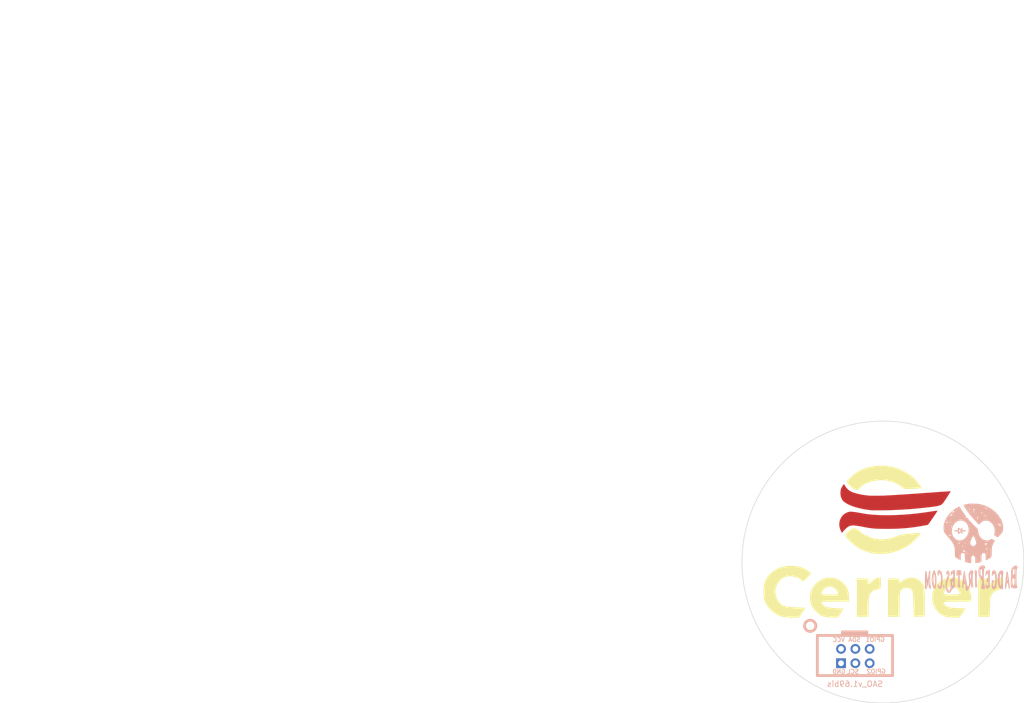
<source format=kicad_pcb>
(kicad_pcb (version 20171130) (host pcbnew "(5.1.10)-1")

  (general
    (thickness 1.6)
    (drawings 194)
    (tracks 0)
    (zones 0)
    (modules 10)
    (nets 1)
  )

  (page A4)
  (layers
    (0 F.Cu signal)
    (31 B.Cu signal)
    (32 B.Adhes user)
    (33 F.Adhes user)
    (34 B.Paste user)
    (35 F.Paste user)
    (36 B.SilkS user)
    (37 F.SilkS user)
    (38 B.Mask user)
    (39 F.Mask user)
    (40 Dwgs.User user)
    (41 Cmts.User user)
    (42 Eco1.User user)
    (43 Eco2.User user)
    (44 Edge.Cuts user)
    (45 Margin user)
    (46 B.CrtYd user)
    (47 F.CrtYd user)
    (48 B.Fab user)
    (49 F.Fab user)
  )

  (setup
    (last_trace_width 0.25)
    (trace_clearance 0.2)
    (zone_clearance 0.508)
    (zone_45_only no)
    (trace_min 0.2)
    (via_size 0.6)
    (via_drill 0.4)
    (via_min_size 0.4)
    (via_min_drill 0.3)
    (uvia_size 0.3)
    (uvia_drill 0.1)
    (uvias_allowed no)
    (uvia_min_size 0.2)
    (uvia_min_drill 0.1)
    (edge_width 0.15)
    (segment_width 0.2)
    (pcb_text_width 0.3)
    (pcb_text_size 1.5 1.5)
    (mod_edge_width 0.15)
    (mod_text_size 1 1)
    (mod_text_width 0.15)
    (pad_size 1.524 1.524)
    (pad_drill 0.762)
    (pad_to_mask_clearance 0.2)
    (aux_axis_origin 0 0)
    (visible_elements 7FFFFFFF)
    (pcbplotparams
      (layerselection 0x010f0_ffffffff)
      (usegerberextensions false)
      (usegerberattributes false)
      (usegerberadvancedattributes true)
      (creategerberjobfile true)
      (excludeedgelayer true)
      (linewidth 0.100000)
      (plotframeref false)
      (viasonmask false)
      (mode 1)
      (useauxorigin false)
      (hpglpennumber 1)
      (hpglpenspeed 20)
      (hpglpendiameter 15.000000)
      (psnegative false)
      (psa4output false)
      (plotreference true)
      (plotvalue true)
      (plotinvisibletext false)
      (padsonsilk false)
      (subtractmaskfromsilk false)
      (outputformat 1)
      (mirror false)
      (drillshape 0)
      (scaleselection 1)
      (outputdirectory "gerbers/"))
  )

  (net 0 "")

  (net_class Default "This is the default net class."
    (clearance 0.2)
    (trace_width 0.25)
    (via_dia 0.6)
    (via_drill 0.4)
    (uvia_dia 0.3)
    (uvia_drill 0.1)
  )

  (module BadgePiratesLogos:BadgePiratesURL_BSLK (layer F.Cu) (tedit 61194308) (tstamp 61305F56)
    (at 169.5 102.05)
    (fp_text reference G*** (at 0 -0.635) (layer B.SilkS) hide
      (effects (font (size 0.1 0.1) (thickness 0.025)) (justify mirror))
    )
    (fp_text value LOGO (at 0.034911 -3.58612) (layer B.SilkS) hide
      (effects (font (size 0.1 0.1) (thickness 0.025)) (justify mirror))
    )
    (fp_poly (pts (xy -2.435101 -2.303834) (xy -2.566529 -2.197908) (xy -2.614718 -1.961912) (xy -2.619375 -1.763889)
      (xy -2.583837 -1.272545) (xy -2.482946 -1.289409) (xy -2.397125 -1.538112) (xy -2.33617 -1.63617)
      (xy -2.307523 -1.309556) (xy -2.301875 -0.714963) (xy -2.324442 0.074315) (xy -2.382392 0.543764)
      (xy -2.401093 0.5892) (xy -2.39171 0.670039) (xy -2.256701 0.716371) (xy -2.143125 0.721092)
      (xy -1.962876 0.691333) (xy -1.898948 0.627007) (xy -1.924843 0.581568) (xy -2.022205 0.314286)
      (xy -2.061245 -0.328387) (xy -2.06375 -0.665624) (xy -2.056447 -1.36661) (xy -2.019812 -1.617298)
      (xy -1.931753 -1.531246) (xy -1.905 -1.481667) (xy -1.784621 -1.328749) (xy -1.747573 -1.590858)
      (xy -1.74625 -1.75396) (xy -1.764444 -2.085509) (xy -1.844218 -2.258231) (xy -2.023359 -2.321841)
      (xy -2.182812 -2.328334) (xy -2.435101 -2.303834)) (layer B.SilkS) (width 0.01))
    (fp_poly (pts (xy 0.618827 -2.287802) (xy 0.593659 -2.116457) (xy 0.633761 -1.91031) (xy 0.691254 -1.354817)
      (xy 0.704269 -0.519528) (xy 0.700914 -0.358088) (xy 0.68943 0.365531) (xy 0.726179 0.689375)
      (xy 0.839356 0.773602) (xy 0.900591 0.776111) (xy 1.052826 0.734434) (xy 1.072197 0.554838)
      (xy 1.031245 0.350077) (xy 0.968992 -0.285951) (xy 0.974286 -1.202145) (xy 0.99418 -1.920991)
      (xy 0.961844 -2.242088) (xy 0.849146 -2.325587) (xy 0.776478 -2.328334) (xy 0.618827 -2.287802)) (layer B.SilkS) (width 0.01))
    (fp_poly (pts (xy -7.370722 -2.268655) (xy -7.492434 -1.970284) (xy -7.608788 -1.370853) (xy -7.612343 -1.344897)
      (xy -7.724958 -0.509473) (xy -7.809189 -1.207237) (xy -7.937315 -2.00032) (xy -8.054437 -2.251688)
      (xy -8.147709 -1.984034) (xy -8.204289 -1.220048) (xy -8.215312 -0.489757) (xy -8.209287 0.400781)
      (xy -8.180812 0.864124) (xy -8.114293 1.036992) (xy -8.038703 1.05839) (xy -7.920173 0.983223)
      (xy -7.885353 0.647806) (xy -7.898391 0.141111) (xy -7.934689 -0.776112) (xy -7.841396 0)
      (xy -7.746463 0.619384) (xy -7.665504 0.694088) (xy -7.583431 0.21813) (xy -7.548031 -0.116321)
      (xy -7.469503 -0.679644) (xy -7.405855 -0.823866) (xy -7.388729 -0.538165) (xy -7.413365 -0.16238)
      (xy -7.462864 0.402417) (xy -7.480144 0.606876) (xy -7.43035 0.839375) (xy -7.322343 0.957883)
      (xy -7.184143 0.935691) (xy -7.14375 0.790996) (xy -7.201869 0.415619) (xy -7.232282 0.332655)
      (xy -7.283286 -0.076995) (xy -7.287073 -0.893665) (xy -7.281265 -1.10944) (xy -7.265708 -1.882608)
      (xy -7.290758 -2.228044) (xy -7.366132 -2.271674) (xy -7.370722 -2.268655)) (layer B.SilkS) (width 0.01))
    (fp_poly (pts (xy -6.748757 -2.101959) (xy -6.901271 -1.560129) (xy -7.000679 -0.908788) (xy -7.008187 -0.405321)
      (xy -6.874759 0.402842) (xy -6.687557 0.915631) (xy -6.487349 1.069981) (xy -6.314904 0.802829)
      (xy -6.290058 0.705555) (xy -6.162058 -0.205763) (xy -6.182509 -0.803907) (xy -6.4375 -0.803907)
      (xy -6.444205 -0.108645) (xy -6.462827 0.114549) (xy -6.541127 0.457362) (xy -6.626734 0.34211)
      (xy -6.690728 -0.139719) (xy -6.707187 -0.658519) (xy -6.680048 -1.379732) (xy -6.594141 -1.62224)
      (xy -6.588125 -1.622778) (xy -6.490735 -1.381579) (xy -6.4375 -0.803907) (xy -6.182509 -0.803907)
      (xy -6.192655 -1.100649) (xy -6.274995 -1.578433) (xy -6.430471 -2.096098) (xy -6.580932 -2.327489)
      (xy -6.588125 -2.328334) (xy -6.748757 -2.101959)) (layer B.SilkS) (width 0.01))
    (fp_poly (pts (xy -5.95914 -2.185814) (xy -5.98289 -2.103192) (xy -5.97732 -1.709797) (xy -5.941844 -1.468192)
      (xy -5.865487 -1.221651) (xy -5.821405 -1.411112) (xy -5.714989 -1.727867) (xy -5.553203 -1.738893)
      (xy -5.407718 -1.476911) (xy -5.357812 -1.199445) (xy -5.335372 -0.355548) (xy -5.410721 0.276953)
      (xy -5.552636 0.596425) (xy -5.729895 0.501235) (xy -5.815079 0.289026) (xy -5.92703 -0.042075)
      (xy -5.955531 0.028403) (xy -5.941846 0.352777) (xy -5.870943 0.776428) (xy -5.692467 0.96773)
      (xy -5.634964 0.98645) (xy -5.404891 0.952146) (xy -5.225703 0.774477) (xy -5.218906 0.76076)
      (xy -5.111682 0.243706) (xy -5.081188 -0.5326) (xy -5.126865 -1.334374) (xy -5.225156 -1.86126)
      (xy -5.379867 -2.13965) (xy -5.596138 -2.300067) (xy -5.810414 -2.322219) (xy -5.95914 -2.185814)) (layer B.SilkS) (width 0.01))
    (fp_poly (pts (xy -4.9751 0.376178) (xy -4.961239 0.714679) (xy -4.856757 0.993657) (xy -4.775789 0.870827)
      (xy -4.7625 0.658518) (xy -4.826409 0.269744) (xy -4.888177 0.211666) (xy -4.9751 0.376178)) (layer B.SilkS) (width 0.01))
    (fp_poly (pts (xy 1.724145 -3.094595) (xy 1.513526 -2.947567) (xy 1.473605 -2.899764) (xy 1.301226 -2.476774)
      (xy 1.264174 -1.936408) (xy 1.351879 -1.383807) (xy 1.553776 -0.924111) (xy 1.687913 -0.767536)
      (xy 1.893949 -0.490182) (xy 1.948676 -0.137218) (xy 1.869822 0.296427) (xy 1.796557 0.699167)
      (xy 1.802947 0.883624) (xy 1.910041 1.012831) (xy 2.091385 1.056621) (xy 2.284202 1.022375)
      (xy 2.425712 0.917474) (xy 2.460625 0.806305) (xy 2.397458 0.497784) (xy 2.341563 0.391829)
      (xy 2.261481 0.056383) (xy 2.22572 -0.717789) (xy 2.2225 -1.190587) (xy 2.227338 -1.532594)
      (xy 1.98316 -1.532594) (xy 1.928998 -1.261816) (xy 1.805634 -1.254749) (xy 1.675859 -1.461491)
      (xy 1.602461 -1.832138) (xy 1.602289 -1.835298) (xy 1.635967 -2.310155) (xy 1.750811 -2.545439)
      (xy 1.877475 -2.437279) (xy 1.911796 -2.298903) (xy 1.975974 -1.728083) (xy 1.98316 -1.532594)
      (xy 2.227338 -1.532594) (xy 2.235098 -2.081086) (xy 2.278756 -2.517641) (xy 2.341563 -2.610556)
      (xy 2.447193 -2.762948) (xy 2.460625 -2.892778) (xy 2.390157 -3.06103) (xy 2.211337 -3.15098)
      (xy 1.97304 -3.162284) (xy 1.724145 -3.094595)) (layer B.SilkS) (width 0.01))
    (fp_poly (pts (xy 2.946155 -2.271604) (xy 2.710634 -2.166553) (xy 2.59221 -1.948445) (xy 2.552854 -1.622778)
      (xy 2.54822 -1.246952) (xy 2.610733 -1.354945) (xy 2.627546 -1.411112) (xy 2.778273 -1.711911)
      (xy 2.926858 -1.721385) (xy 3.01204 -1.450653) (xy 3.01625 -1.340556) (xy 2.950076 -0.995795)
      (xy 2.8575 -0.917223) (xy 2.728776 -0.751897) (xy 2.69875 -0.520311) (xy 2.757093 -0.242989)
      (xy 2.8575 -0.271005) (xy 2.987566 -0.252188) (xy 3.01625 0.037639) (xy 2.956509 0.398333)
      (xy 2.818814 0.475345) (xy 2.665459 0.249448) (xy 2.63525 0.155222) (xy 2.557903 -0.016415)
      (xy 2.54 0.266138) (xy 2.591374 0.64388) (xy 2.69982 0.96545) (xy 2.796825 1.035994)
      (xy 2.804461 1.018284) (xy 2.882978 0.948574) (xy 3.062998 0.82297) (xy 3.135313 0.776111)
      (xy 3.304886 0.645699) (xy 3.361337 0.553133) (xy 3.343495 0.533937) (xy 3.279119 0.358483)
      (xy 3.259541 -0.174385) (xy 3.272686 -0.931048) (xy 3.311194 -2.355985) (xy 2.946155 -2.271604)) (layer B.SilkS) (width 0.01))
    (fp_poly (pts (xy 3.746548 -2.136741) (xy 3.678641 -1.892829) (xy 3.661425 -1.397063) (xy 3.748987 -1.304076)
      (xy 3.871132 -1.506653) (xy 4.07523 -1.73467) (xy 4.22253 -1.464305) (xy 4.285626 -0.751861)
      (xy 4.28625 -0.653788) (xy 4.231101 0.102106) (xy 4.092352 0.554954) (xy 3.910055 0.574405)
      (xy 3.909219 0.573345) (xy 3.815297 0.290929) (xy 3.861163 -0.019536) (xy 3.948907 -0.147297)
      (xy 4.046225 -0.26172) (xy 3.996228 -0.405502) (xy 3.948907 -0.480408) (xy 3.751215 -0.602061)
      (xy 3.639334 -0.283888) (xy 3.630627 0.330533) (xy 3.673494 0.788652) (xy 3.768623 1.000427)
      (xy 3.964489 1.057438) (xy 4.015861 1.058333) (xy 4.260449 0.987347) (xy 4.409921 0.716561)
      (xy 4.48648 0.382662) (xy 4.566026 -0.453575) (xy 4.534591 -1.307833) (xy 4.40353 -1.958379)
      (xy 4.361713 -2.053556) (xy 4.152192 -2.287828) (xy 3.926746 -2.310758) (xy 3.746548 -2.136741)) (layer B.SilkS) (width 0.01))
    (fp_poly (pts (xy 5.188513 -2.235805) (xy 4.895064 -1.940338) (xy 4.733716 -1.431458) (xy 4.683154 -0.640873)
      (xy 4.683125 -0.616447) (xy 4.752869 0.218546) (xy 4.952755 0.783394) (xy 5.268769 1.044327)
      (xy 5.378267 1.058333) (xy 5.587577 1.03593) (xy 5.670068 0.922248) (xy 5.657556 0.647576)
      (xy 5.635687 0.494299) (xy 5.575901 -0.401623) (xy 5.600754 -0.97436) (xy 5.346607 -0.97436)
      (xy 5.331037 -0.127264) (xy 5.265876 0.398947) (xy 5.172408 0.469194) (xy 5.085797 0.144887)
      (xy 5.041204 -0.512566) (xy 5.040313 -0.635) (xy 5.069726 -1.390331) (xy 5.164788 -1.699588)
      (xy 5.172527 -1.70558) (xy 5.292353 -1.559205) (xy 5.346607 -0.97436) (xy 5.600754 -0.97436)
      (xy 5.617755 -1.366146) (xy 5.66251 -1.695327) (xy 5.665314 -2.058117) (xy 5.539527 -2.266239)
      (xy 5.311382 -2.289782) (xy 5.188513 -2.235805)) (layer B.SilkS) (width 0.01))
    (fp_poly (pts (xy 6.311072 -2.0994) (xy 6.237047 -1.689517) (xy 6.137458 -0.918796) (xy 6.024783 0.139109)
      (xy 6.004194 0.780095) (xy 6.075141 1.045621) (xy 6.111211 1.058333) (xy 6.187984 0.825695)
      (xy 6.230938 0.493888) (xy 6.332204 0.035364) (xy 6.425467 -0.070556) (xy 6.560206 0.166754)
      (xy 6.611124 0.493888) (xy 6.67857 0.909198) (xy 6.768099 1.071689) (xy 6.823998 0.899345)
      (xy 6.82625 0.810577) (xy 6.787077 0.240283) (xy 6.690992 -0.560707) (xy 6.667201 -0.717261)
      (xy 6.476459 -0.717261) (xy 6.465673 -0.615499) (xy 6.389048 -0.365252) (xy 6.351553 -0.650277)
      (xy 6.35 -0.792768) (xy 6.389053 -1.083443) (xy 6.43067 -1.055489) (xy 6.476459 -0.717261)
      (xy 6.667201 -0.717261) (xy 6.570152 -1.35585) (xy 6.45671 -1.908603) (xy 6.456528 -1.909253)
      (xy 6.375413 -2.14527) (xy 6.311072 -2.0994)) (layer B.SilkS) (width 0.01))
    (fp_poly (pts (xy 7.64075 -3.05487) (xy 7.39522 -2.896596) (xy 7.211345 -2.668382) (xy 7.172437 -2.578095)
      (xy 7.089685 -2.046433) (xy 7.091093 -1.71333) (xy 7.089862 -1.210352) (xy 7.056924 -1.041959)
      (xy 6.997329 -0.638317) (xy 6.990499 -0.014545) (xy 7.034573 0.519513) (xy 7.067037 0.640848)
      (xy 7.194101 0.771909) (xy 7.408542 0.865935) (xy 7.662112 0.917815) (xy 7.906563 0.922437)
      (xy 8.093647 0.87469) (xy 8.175116 0.769461) (xy 8.175625 0.758303) (xy 8.115073 0.501449)
      (xy 8.09625 0.493888) (xy 8.052782 0.238715) (xy 8.026761 -0.355376) (xy 7.708841 -0.355376)
      (xy 7.657858 0.089402) (xy 7.519527 0.4145) (xy 7.444199 0.471608) (xy 7.366034 0.273849)
      (xy 7.308086 -0.033449) (xy 7.265536 -0.581095) (xy 7.354398 -0.859301) (xy 7.514167 -0.917223)
      (xy 7.663827 -0.748146) (xy 7.708841 -0.355376) (xy 8.026761 -0.355376) (xy 8.023951 -0.419527)
      (xy 8.016875 -1.058334) (xy 8.026856 -1.985481) (xy 8.031405 -2.046112) (xy 7.699375 -2.046112)
      (xy 7.637182 -1.612425) (xy 7.499134 -1.457156) (xy 7.358028 -1.660623) (xy 7.356106 -1.667367)
      (xy 7.351501 -1.998469) (xy 7.437779 -2.378563) (xy 7.564071 -2.602542) (xy 7.590032 -2.610556)
      (xy 7.678709 -2.375345) (xy 7.699375 -2.046112) (xy 8.031405 -2.046112) (xy 8.062827 -2.464876)
      (xy 8.133835 -2.609985) (xy 8.140622 -2.610556) (xy 8.221102 -2.757782) (xy 8.209142 -2.928278)
      (xy 8.101524 -3.088889) (xy 7.894122 -3.125027) (xy 7.64075 -3.05487)) (layer B.SilkS) (width 0.01))
    (fp_poly (pts (xy -0.187388 -2.194934) (xy -0.36186 -1.922189) (xy -0.466274 -1.531408) (xy -0.441731 -1.091796)
      (xy -0.418005 -0.945568) (xy -0.35877 -0.323112) (xy -0.366966 0.059398) (xy -0.427792 0.41614)
      (xy -0.547139 0.568024) (xy -0.639249 0.606777) (xy -0.719962 0.394474) (xy -0.840707 -0.18298)
      (xy -0.936905 -0.756896) (xy -0.940134 -0.776112) (xy -1.11125 -0.776112) (xy -1.152789 -0.400469)
      (xy -1.188133 -0.352778) (xy -1.231807 -0.559649) (xy -1.219329 -0.776112) (xy -1.162989 -1.14745)
      (xy -1.142445 -1.199445) (xy -1.114697 -0.968987) (xy -1.11125 -0.776112) (xy -0.940134 -0.776112)
      (xy -1.068138 -1.537717) (xy -1.180721 -2.082729) (xy -1.232411 -2.24105) (xy -1.298111 -2.053003)
      (xy -1.389953 -1.504645) (xy -1.485478 -0.773005) (xy -1.562226 -0.035117) (xy -1.59774 0.531989)
      (xy -1.597273 0.635) (xy -1.536935 0.903047) (xy -1.440751 0.841036) (xy -1.389089 0.503434)
      (xy -1.389062 0.493888) (xy -1.320061 0.153411) (xy -1.190625 0.070555) (xy -1.040906 0.183006)
      (xy -1.000864 0.611933) (xy -1.001691 0.705555) (xy -0.984223 1.139767) (xy -0.884581 1.314936)
      (xy -0.740114 1.340555) (xy -0.438591 1.084871) (xy -0.270596 0.635) (xy -0.101177 0.083969)
      (xy -0.019219 -0.037999) (xy -0.014087 0.254367) (xy -0.015825 0.282222) (xy -0.006853 0.615162)
      (xy 0.10076 0.748719) (xy 0.257969 0.75383) (xy 0.358128 0.688719) (xy 0.337344 0.5892)
      (xy 0.276811 0.265053) (xy 0.244612 -0.349375) (xy 0.242147 -1.036565) (xy 0.249512 -1.175926)
      (xy 0 -1.175926) (xy -0.04182 -0.762153) (xy -0.130331 -0.751505) (xy -0.21011 -1.114933)
      (xy -0.224101 -1.293387) (xy -0.189908 -1.696177) (xy -0.124882 -1.763889) (xy -0.021835 -1.526489)
      (xy 0 -1.175926) (xy 0.249512 -1.175926) (xy 0.270817 -1.578998) (xy 0.322185 -1.763889)
      (xy 0.369591 -1.936789) (xy 0.357188 -2.046112) (xy 0.238188 -2.270261) (xy 0.034911 -2.31612)
      (xy -0.187388 -2.194934)) (layer B.SilkS) (width 0.01))
    (fp_poly (pts (xy -3.24312 -2.271891) (xy -3.479298 -2.167417) (xy -3.598313 -1.951317) (xy -3.638396 -1.622778)
      (xy -3.64303 -1.246952) (xy -3.580517 -1.354945) (xy -3.563704 -1.411112) (xy -3.41498 -1.708154)
      (xy -3.26623 -1.727115) (xy -3.179652 -1.475317) (xy -3.175 -1.365363) (xy -3.250086 -1.045805)
      (xy -3.458484 -0.795886) (xy -3.512343 -0.759235) (xy -3.692847 -0.612112) (xy -3.76456 -0.47665)
      (xy -3.750468 -0.428688) (xy -3.670162 -0.078957) (xy -3.656426 0.502772) (xy -3.705961 1.041663)
      (xy -3.770489 1.238738) (xy -3.975528 1.302305) (xy -4.182418 1.065337) (xy -4.315923 0.619145)
      (xy -4.322039 0.569351) (xy -4.307185 0.00841) (xy -4.191888 -0.420763) (xy -3.97714 -1.012152)
      (xy -3.86773 -1.375015) (xy -3.842224 -1.620574) (xy -3.87919 -1.860055) (xy -3.898412 -1.943721)
      (xy -4.041422 -2.223788) (xy -4.227283 -2.246203) (xy -4.382096 -2.030332) (xy -4.428426 -1.804829)
      (xy -4.41535 -1.551043) (xy -4.295641 -1.612181) (xy -4.158694 -1.668692) (xy -4.134586 -1.47268)
      (xy -4.21566 -1.139106) (xy -4.345781 -0.859423) (xy -4.532186 -0.31798) (xy -4.583409 0.361358)
      (xy -4.491435 1.041972) (xy -4.463129 1.141108) (xy -4.18039 1.698197) (xy -3.853826 1.741282)
      (xy -3.552318 1.353264) (xy -3.29634 0.976742) (xy -3.041763 0.779888) (xy -2.996693 0.771789)
      (xy -2.836529 0.723055) (xy -2.826471 0.577034) (xy -2.848904 0.518749) (xy -2.917958 0.137092)
      (xy -2.918535 0.094074) (xy -3.175 0.094074) (xy -3.221268 0.403135) (xy -3.316472 0.353853)
      (xy -3.394934 -0.017639) (xy -3.360388 -0.305528) (xy -3.300677 -0.352778) (xy -3.191334 -0.125546)
      (xy -3.175 0.094074) (xy -2.918535 0.094074) (xy -2.928243 -0.629193) (xy -2.917738 -1.043264)
      (xy -2.876105 -2.356559) (xy -3.24312 -2.271891)) (layer B.SilkS) (width 0.01))
  )

  (module BadgePiratesLogos:BPSkull_Distressed_10x10_BSILK (layer F.Cu) (tedit 60FA3227) (tstamp 61305F0A)
    (at 169.85 93.2)
    (fp_text reference G*** (at 2.3114 -0.8128) (layer B.SilkS) hide
      (effects (font (size 0.1 0.1) (thickness 0.025)))
    )
    (fp_text value "BP Logo" (at 2.3368 -0.635) (layer B.SilkS) hide
      (effects (font (size 0.1 0.1) (thickness 0.025)))
    )
    (fp_poly (pts (xy -2.543448 -0.957753) (xy -2.400288 -0.861304) (xy -2.374228 -0.842045) (xy -2.129692 -0.659962)
      (xy -2.110154 -0.828212) (xy -2.090326 -0.936955) (xy -2.057084 -0.986573) (xy -2.012461 -0.996461)
      (xy -1.967798 -0.9866) (xy -1.941994 -0.945141) (xy -1.928083 -0.854276) (xy -1.922426 -0.766316)
      (xy -1.910544 -0.53617) (xy -1.661964 -0.559383) (xy -1.514964 -0.568522) (xy -1.425058 -0.560314)
      (xy -1.372623 -0.532335) (xy -1.363497 -0.522484) (xy -1.334698 -0.448019) (xy -1.354927 -0.397263)
      (xy -1.393497 -0.361609) (xy -1.46344 -0.344528) (xy -1.583707 -0.342782) (xy -1.655507 -0.345934)
      (xy -1.914769 -0.359714) (xy -1.914769 -0.165103) (xy -1.927826 -0.022508) (xy -1.9631 0.067865)
      (xy -2.01475 0.096846) (xy -2.064191 0.069409) (xy -2.096292 0.000428) (xy -2.110141 -0.10245)
      (xy -2.110154 -0.105508) (xy -2.115315 -0.192812) (xy -2.12791 -0.233984) (xy -2.129582 -0.234461)
      (xy -2.168117 -0.212931) (xy -2.252353 -0.155977) (xy -2.36546 -0.075058) (xy -2.387881 -0.058615)
      (xy -2.520735 0.037303) (xy -2.606274 0.092025) (xy -2.658922 0.112274) (xy -2.693106 0.104771)
      (xy -2.709333 0.09118) (xy -2.72386 0.040395) (xy -2.733317 -0.062235) (xy -2.735384 -0.14684)
      (xy -2.735384 -0.358809) (xy -2.979615 -0.350756) (xy -3.145101 -0.346063) (xy -3.246975 -0.348445)
      (xy -3.299743 -0.3626) (xy -3.317909 -0.393224) (xy -3.315981 -0.445015) (xy -3.315376 -0.450316)
      (xy -2.54 -0.450316) (xy -2.537218 -0.309847) (xy -2.520956 -0.236509) (xy -2.479337 -0.226051)
      (xy -2.400484 -0.27422) (xy -2.291375 -0.361309) (xy -2.179519 -0.452943) (xy -2.310913 -0.551625)
      (xy -2.429129 -0.638658) (xy -2.497549 -0.673971) (xy -2.529778 -0.65155) (xy -2.539415 -0.565378)
      (xy -2.54 -0.450316) (xy -3.315376 -0.450316) (xy -3.314365 -0.459154) (xy -3.302 -0.566615)
      (xy -2.735384 -0.538753) (xy -2.735384 -0.759064) (xy -2.727612 -0.90029) (xy -2.698663 -0.979187)
      (xy -2.640091 -0.997694) (xy -2.543448 -0.957753)) (layer B.SilkS) (width 0.01))
    (fp_poly (pts (xy -0.126879 -5.270691) (xy 0.139166 -5.264222) (xy 0.17547 -5.263225) (xy 0.485142 -5.253004)
      (xy 0.736753 -5.239453) (xy 0.950393 -5.219605) (xy 1.146155 -5.190494) (xy 1.34413 -5.149155)
      (xy 1.564408 -5.09262) (xy 1.816862 -5.020904) (xy 2.335584 -4.833391) (xy 2.850085 -4.577373)
      (xy 3.345366 -4.261752) (xy 3.806427 -3.895432) (xy 3.973676 -3.740796) (xy 4.235306 -3.478945)
      (xy 4.437297 -3.256611) (xy 4.578596 -3.075149) (xy 4.658151 -2.935917) (xy 4.674912 -2.840272)
      (xy 4.67416 -2.836965) (xy 4.667478 -2.748029) (xy 4.698641 -2.714) (xy 4.750419 -2.737519)
      (xy 4.784822 -2.740856) (xy 4.830303 -2.693461) (xy 4.893647 -2.586725) (xy 4.939629 -2.497469)
      (xy 5.006487 -2.352596) (xy 5.056057 -2.223781) (xy 5.079304 -2.135038) (xy 5.08 -2.124442)
      (xy 5.092946 -2.053538) (xy 5.115945 -2.032) (xy 5.145983 -1.995605) (xy 5.180155 -1.896491)
      (xy 5.215444 -1.749766) (xy 5.24883 -1.570537) (xy 5.277295 -1.373911) (xy 5.297818 -1.174995)
      (xy 5.303358 -1.094154) (xy 5.301868 -0.761082) (xy 5.259527 -0.466368) (xy 5.178685 -0.222148)
      (xy 5.111637 -0.103398) (xy 5.04852 -0.022703) (xy 4.947143 0.095545) (xy 4.823672 0.23281)
      (xy 4.740639 0.321956) (xy 4.623216 0.449684) (xy 4.529178 0.55865) (xy 4.469792 0.635376)
      (xy 4.454769 0.66388) (xy 4.428771 0.698032) (xy 4.348596 0.689921) (xy 4.210971 0.638658)
      (xy 4.015154 0.544651) (xy 3.861626 0.463699) (xy 3.768208 0.398702) (xy 3.72542 0.330039)
      (xy 3.723785 0.238091) (xy 3.753824 0.103236) (xy 3.770923 0.039077) (xy 3.801334 -0.156308)
      (xy 4.884616 -0.156308) (xy 4.914352 -0.118366) (xy 4.923692 -0.117231) (xy 4.961634 -0.146967)
      (xy 4.962769 -0.156308) (xy 4.933033 -0.194249) (xy 4.923692 -0.195384) (xy 4.885751 -0.165648)
      (xy 4.884616 -0.156308) (xy 3.801334 -0.156308) (xy 3.82462 -0.305907) (xy 3.809382 -0.663643)
      (xy 3.729393 -1.019276) (xy 3.706426 -1.074615) (xy 5.119077 -1.074615) (xy 5.138616 -1.055077)
      (xy 5.158154 -1.074615) (xy 5.138616 -1.094154) (xy 5.119077 -1.074615) (xy 3.706426 -1.074615)
      (xy 3.588832 -1.357948) (xy 3.391881 -1.664803) (xy 3.279137 -1.792211) (xy 4.401877 -1.792211)
      (xy 4.406477 -1.753188) (xy 4.454344 -1.666801) (xy 4.544674 -1.538398) (xy 4.552632 -1.527888)
      (xy 4.669527 -1.390934) (xy 4.767085 -1.309334) (xy 4.838938 -1.286093) (xy 4.869713 -1.31559)
      (xy 4.975795 -1.31559) (xy 4.981159 -1.292358) (xy 5.001846 -1.289538) (xy 5.034011 -1.303836)
      (xy 5.027898 -1.31559) (xy 4.981522 -1.320266) (xy 4.975795 -1.31559) (xy 4.869713 -1.31559)
      (xy 4.878715 -1.324217) (xy 4.884616 -1.371198) (xy 4.855381 -1.451194) (xy 4.786513 -1.534939)
      (xy 4.706265 -1.59194) (xy 4.671831 -1.600854) (xy 4.621991 -1.626589) (xy 4.545112 -1.688681)
      (xy 4.5257 -1.706766) (xy 4.441349 -1.77852) (xy 4.401877 -1.792211) (xy 3.279137 -1.792211)
      (xy 3.244528 -1.831321) (xy 3.202093 -1.86864) (xy 4.536518 -1.86864) (xy 4.564515 -1.841511)
      (xy 4.572 -1.836615) (xy 4.630801 -1.802494) (xy 4.648926 -1.812642) (xy 4.650154 -1.836615)
      (xy 4.617934 -1.869459) (xy 4.581769 -1.875094) (xy 4.536518 -1.86864) (xy 3.202093 -1.86864)
      (xy 3.106496 -1.952711) (xy 2.946706 -2.07022) (xy 2.850325 -2.129692) (xy 2.745235 -2.18419)
      (xy 2.653959 -2.2186) (xy 2.553025 -2.237485) (xy 2.418957 -2.245403) (xy 2.246923 -2.246923)
      (xy 2.061261 -2.24496) (xy 1.931548 -2.236336) (xy 1.835621 -2.216945) (xy 1.751317 -2.182683)
      (xy 1.676406 -2.141253) (xy 1.560239 -2.059088) (xy 1.421923 -1.941225) (xy 1.289585 -1.811799)
      (xy 1.27793 -1.79933) (xy 1.172742 -1.69021) (xy 1.085351 -1.607777) (xy 1.030589 -1.565754)
      (xy 1.022617 -1.563077) (xy 0.981464 -1.590632) (xy 0.897052 -1.667093) (xy 0.77827 -1.783157)
      (xy 0.634007 -1.92952) (xy 0.473151 -2.096876) (xy 0.304594 -2.275923) (xy 0.137222 -2.457354)
      (xy -0.020073 -2.631867) (xy -0.127909 -2.755264) (xy 0.656073 -2.755264) (xy 0.668082 -2.684521)
      (xy 0.673441 -2.67233) (xy 0.707823 -2.613095) (xy 0.749737 -2.611254) (xy 0.807472 -2.645476)
      (xy 0.870211 -2.693891) (xy 0.871898 -2.734271) (xy 0.837342 -2.777569) (xy 0.773973 -2.82461)
      (xy 0.708213 -2.807423) (xy 0.70331 -2.804423) (xy 0.656073 -2.755264) (xy -0.127909 -2.755264)
      (xy -0.158403 -2.790157) (xy -0.191574 -2.829478) (xy 2.230299 -2.829478) (xy 2.244258 -2.79715)
      (xy 2.288791 -2.757714) (xy 2.352601 -2.721523) (xy 2.380778 -2.719445) (xy 2.366819 -2.751772)
      (xy 2.322286 -2.791209) (xy 2.258477 -2.8274) (xy 2.230299 -2.829478) (xy -0.191574 -2.829478)
      (xy -0.223877 -2.867769) (xy -0.275074 -2.930769) (xy 4.181231 -2.930769) (xy 4.195529 -2.898604)
      (xy 4.207282 -2.904718) (xy 4.211959 -2.951093) (xy 4.207282 -2.95682) (xy 4.184051 -2.951456)
      (xy 4.181231 -2.930769) (xy -0.275074 -2.930769) (xy -0.38622 -3.067538) (xy -0.117231 -3.067538)
      (xy -0.097692 -3.048) (xy -0.078154 -3.067538) (xy -0.097692 -3.087077) (xy -0.117231 -3.067538)
      (xy -0.38622 -3.067538) (xy -0.422905 -3.11268) (xy -0.479306 -3.184563) (xy 2.006757 -3.184563)
      (xy 2.008967 -3.098455) (xy 2.011213 -3.09101) (xy 2.050654 -3.019808) (xy 2.103889 -3.024229)
      (xy 2.15274 -3.071767) (xy 2.182494 -3.127237) (xy 2.149811 -3.174205) (xy 2.130318 -3.189144)
      (xy 2.05209 -3.218816) (xy 2.006757 -3.184563) (xy -0.479306 -3.184563) (xy -0.510128 -3.223846)
      (xy 4.376616 -3.223846) (xy 4.396154 -3.204308) (xy 4.415692 -3.223846) (xy 4.396154 -3.243384)
      (xy 4.376616 -3.223846) (xy -0.510128 -3.223846) (xy -0.626493 -3.372152) (xy -0.665135 -3.422915)
      (xy 1.730977 -3.422915) (xy 1.758462 -3.399692) (xy 1.820814 -3.364546) (xy 1.829121 -3.377783)
      (xy 1.824238 -3.386667) (xy 2.63118 -3.386667) (xy 2.636544 -3.363435) (xy 2.657231 -3.360615)
      (xy 2.689396 -3.374913) (xy 2.683282 -3.386667) (xy 2.636907 -3.391343) (xy 2.63118 -3.386667)
      (xy 1.824238 -3.386667) (xy 1.817077 -3.399692) (xy 1.760008 -3.436845) (xy 1.746386 -3.438171)
      (xy 1.730977 -3.422915) (xy -0.665135 -3.422915) (xy -0.797497 -3.596795) (xy 0.279109 -3.596795)
      (xy 0.291864 -3.557962) (xy 0.340632 -3.534073) (xy 0.357797 -3.540235) (xy 0.374244 -3.581664)
      (xy 0.355749 -3.606651) (xy 0.303213 -3.629034) (xy 0.279109 -3.596795) (xy -0.797497 -3.596795)
      (xy -0.828802 -3.637918) (xy -0.855708 -3.67428) (xy 1.415929 -3.67428) (xy 1.458187 -3.624822)
      (xy 1.465848 -3.619109) (xy 1.542356 -3.586072) (xy 1.607347 -3.591179) (xy 1.633816 -3.630036)
      (xy 1.630787 -3.645946) (xy 1.579491 -3.713579) (xy 1.50353 -3.742584) (xy 1.439253 -3.721345)
      (xy 1.415929 -3.67428) (xy -0.855708 -3.67428) (xy -0.96787 -3.825858) (xy -0.271643 -3.825858)
      (xy -0.259103 -3.770131) (xy -0.219602 -3.729017) (xy -0.193763 -3.732848) (xy -0.175968 -3.776627)
      (xy -0.199055 -3.814423) (xy -0.250742 -3.853062) (xy -0.271643 -3.825858) (xy -0.96787 -3.825858)
      (xy -1.023997 -3.901709) (xy -1.070429 -3.966308) (xy -0.312615 -3.966308) (xy -0.293077 -3.946769)
      (xy -0.273538 -3.966308) (xy -0.293077 -3.985846) (xy -0.312615 -3.966308) (xy -1.070429 -3.966308)
      (xy -1.114127 -4.027104) (xy 2.830751 -4.027104) (xy 2.840652 -4.010835) (xy 2.897377 -3.987063)
      (xy 2.929635 -4.028889) (xy 2.930769 -4.044461) (xy 2.910892 -4.096482) (xy 2.893999 -4.103077)
      (xy 2.842971 -4.077221) (xy 2.830751 -4.027104) (xy -1.114127 -4.027104) (xy -1.20624 -4.155255)
      (xy -1.220048 -4.17511) (xy -0.02602 -4.17511) (xy -0.014131 -4.122615) (xy 0.040845 -4.072505)
      (xy 0.129822 -4.07222) (xy 0.18965 -4.098706) (xy 0.222268 -4.141773) (xy 0.199465 -4.212667)
      (xy 0.198044 -4.215338) (xy 0.131372 -4.283908) (xy 0.055999 -4.293153) (xy -0.004367 -4.253434)
      (xy -0.02602 -4.17511) (xy -1.220048 -4.17511) (xy -1.298193 -4.287476) (xy -0.752151 -4.287476)
      (xy -0.716072 -4.239741) (xy -0.710686 -4.23573) (xy -0.640659 -4.207711) (xy -0.583429 -4.217185)
      (xy -0.56625 -4.256731) (xy -0.572924 -4.273248) (xy -0.63214 -4.364002) (xy -0.676179 -4.389178)
      (xy -0.718929 -4.355747) (xy -0.723962 -4.349047) (xy -0.752151 -4.287476) (xy -1.298193 -4.287476)
      (xy -1.369694 -4.390287) (xy -1.474872 -4.54806) (xy -1.002567 -4.54806) (xy -0.996461 -4.532923)
      (xy -0.961347 -4.495644) (xy -0.955078 -4.493846) (xy -0.938294 -4.52408) (xy -0.937846 -4.532923)
      (xy -0.951897 -4.550498) (xy 2.203283 -4.550498) (xy 2.228456 -4.481441) (xy 2.249353 -4.457731)
      (xy 2.332286 -4.398293) (xy 2.388932 -4.41134) (xy 2.41505 -4.482044) (xy 2.397878 -4.554149)
      (xy 2.337571 -4.585165) (xy 2.242879 -4.589731) (xy 2.203283 -4.550498) (xy -0.951897 -4.550498)
      (xy -0.967887 -4.570498) (xy -0.979229 -4.572) (xy -1.002567 -4.54806) (xy -1.474872 -4.54806)
      (xy -1.508523 -4.598537) (xy -1.61689 -4.771737) (xy -1.688957 -4.901616) (xy -1.718889 -4.979906)
      (xy -1.719385 -4.986401) (xy -1.715712 -5.016887) (xy -1.697185 -5.041628) (xy -1.652539 -5.064345)
      (xy -1.570509 -5.088762) (xy -1.439831 -5.118599) (xy -1.24924 -5.157579) (xy -1.129182 -5.181419)
      (xy -0.943426 -5.217152) (xy -0.788996 -5.243049) (xy -0.648009 -5.260229) (xy -0.502583 -5.269816)
      (xy -0.334834 -5.272929) (xy -0.126879 -5.270691)) (layer B.SilkS) (width 0.01))
    (fp_poly (pts (xy -2.438927 -4.757491) (xy -2.413077 -4.719712) (xy -2.354399 -4.628404) (xy -2.27113 -4.496534)
      (xy -2.171505 -4.337071) (xy -2.152436 -4.306381) (xy -2.019891 -4.10012) (xy -1.859846 -3.862009)
      (xy -1.69273 -3.621926) (xy -1.542991 -3.415142) (xy -1.409592 -3.233456) (xy -1.319352 -3.103678)
      (xy -1.26697 -3.016398) (xy -1.247149 -2.962206) (xy -1.25459 -2.931691) (xy -1.265849 -2.922934)
      (xy -1.309484 -2.869338) (xy -1.327277 -2.792465) (xy -1.317256 -2.724343) (xy -1.279769 -2.696906)
      (xy -1.183637 -2.730793) (xy -1.129167 -2.804231) (xy -1.100024 -2.8002) (xy -1.037352 -2.744526)
      (xy -0.953677 -2.648706) (xy -0.937692 -2.628517) (xy -0.759332 -2.410553) (xy -0.538512 -2.156931)
      (xy -0.290841 -1.884297) (xy -0.031927 -1.609301) (xy 0.22262 -1.348591) (xy 0.457193 -1.118813)
      (xy 0.612356 -0.975248) (xy 0.719139 -0.875626) (xy 0.78138 -0.797007) (xy 0.81442 -0.710173)
      (xy 0.833599 -0.585907) (xy 0.838044 -0.545402) (xy 0.913027 -0.113416) (xy 1.038822 0.265293)
      (xy 1.213555 0.588282) (xy 1.435354 0.853106) (xy 1.702347 1.057321) (xy 2.012659 1.198482)
      (xy 2.214428 1.25103) (xy 2.499268 1.273252) (xy 2.776684 1.22342) (xy 3.0583 1.099386)
      (xy 3.069825 1.092846) (xy 3.273304 0.976427) (xy 3.571526 1.118051) (xy 3.869747 1.259676)
      (xy 3.74945 1.460223) (xy 3.59366 1.736776) (xy 3.474358 1.993046) (xy 3.387278 2.246462)
      (xy 3.328152 2.514454) (xy 3.292713 2.814453) (xy 3.276694 3.163887) (xy 3.274623 3.399692)
      (xy 3.271935 3.694427) (xy 3.262925 3.916741) (xy 3.247229 4.072139) (xy 3.224481 4.166126)
      (xy 3.22379 4.167805) (xy 3.185405 4.231654) (xy 3.117107 4.298199) (xy 3.007129 4.376392)
      (xy 2.843706 4.475183) (xy 2.748676 4.529261) (xy 2.583015 4.620443) (xy 2.440098 4.695491)
      (xy 2.334625 4.746936) (xy 2.281294 4.767308) (xy 2.280065 4.767379) (xy 2.258715 4.734905)
      (xy 2.242001 4.635032) (xy 2.229513 4.464096) (xy 2.22145 4.242648) (xy 2.214453 4.024114)
      (xy 2.205171 3.868608) (xy 2.191326 3.761003) (xy 2.170639 3.686174) (xy 2.140834 3.628993)
      (xy 2.125829 3.607648) (xy 2.013296 3.513712) (xy 1.979243 3.50555) (xy 2.508105 3.50555)
      (xy 2.527789 3.530763) (xy 2.585951 3.545633) (xy 2.639452 3.504457) (xy 2.648276 3.485173)
      (xy 2.629014 3.448302) (xy 2.582333 3.438769) (xy 2.512038 3.457674) (xy 2.508105 3.50555)
      (xy 1.979243 3.50555) (xy 1.875709 3.480735) (xy 1.733549 3.506154) (xy 1.607297 3.587409)
      (xy 1.53651 3.681321) (xy 1.509851 3.742147) (xy 1.490779 3.819039) (xy 1.478087 3.925281)
      (xy 1.470568 4.074153) (xy 1.467016 4.27894) (xy 1.466254 4.454769) (xy 1.465385 5.099539)
      (xy 1.074616 5.187659) (xy 0.890461 5.224727) (xy 0.71694 5.251877) (xy 0.579468 5.265478)
      (xy 0.527539 5.265813) (xy 0.371231 5.255846) (xy 0.37003 4.766128) (xy 0.367818 4.552371)
      (xy 0.360974 4.399974) (xy 0.347347 4.292184) (xy 0.324787 4.212244) (xy 0.291144 4.143403)
      (xy 0.289812 4.141112) (xy 0.183322 4.018862) (xy 0.053515 3.957448) (xy -0.081678 3.95846)
      (xy -0.204326 4.023486) (xy -0.263275 4.092111) (xy -0.292803 4.151996) (xy -0.31413 4.236548)
      (xy -0.32903 4.359655) (xy -0.33928 4.535201) (xy -0.34567 4.736259) (xy -0.359187 5.275385)
      (xy -0.521516 5.272278) (xy -0.652693 5.261679) (xy -0.815303 5.237794) (xy -0.918308 5.217715)
      (xy -1.07154 5.183117) (xy -1.216205 5.148874) (xy -1.289538 5.130513) (xy -1.426308 5.094767)
      (xy -1.449113 4.449487) (xy -1.459738 4.192948) (xy -1.471984 4.000966) (xy -1.487516 3.859947)
      (xy -1.507995 3.756294) (xy -1.535086 3.676412) (xy -1.546806 3.650796) (xy -1.603231 3.552308)
      (xy -1.665554 3.505138) (xy -1.766017 3.487022) (xy -1.786276 3.485442) (xy -1.934959 3.488833)
      (xy -2.047939 3.528509) (xy -2.129414 3.612162) (xy -2.183583 3.747483) (xy -2.214645 3.942165)
      (xy -2.226798 4.2039) (xy -2.227384 4.293631) (xy -2.227384 4.76545) (xy -2.334846 4.724929)
      (xy -2.461125 4.668894) (xy -2.613095 4.588944) (xy -2.775408 4.494777) (xy -2.93272 4.396092)
      (xy -3.069683 4.302587) (xy -3.170952 4.22396) (xy -3.22118 4.169908) (xy -3.223689 4.163209)
      (xy -3.229875 4.099506) (xy -3.236715 3.971919) (xy -3.243641 3.794708) (xy -3.250086 3.582134)
      (xy -3.254547 3.392816) (xy -1.308713 3.392816) (xy -1.296901 3.430517) (xy -1.242725 3.501935)
      (xy -1.204406 3.543662) (xy -1.102635 3.637915) (xy -1.0385 3.673136) (xy -1.016001 3.647137)
      (xy -1.016 3.646698) (xy -1.041977 3.604087) (xy -1.105464 3.538441) (xy -1.184795 3.468552)
      (xy -1.258303 3.413212) (xy -1.304324 3.391213) (xy -1.308713 3.392816) (xy -3.254547 3.392816)
      (xy -3.254742 3.384555) (xy 1.654663 3.384555) (xy 1.660769 3.399692) (xy 1.695884 3.436971)
      (xy 1.702152 3.438769) (xy 1.718937 3.408536) (xy 1.719385 3.399692) (xy 1.689344 3.362117)
      (xy 1.678002 3.360616) (xy 1.654663 3.384555) (xy -3.254742 3.384555) (xy -3.254846 3.380154)
      (xy -3.260577 3.126855) (xy -3.261833 3.091924) (xy -1.829308 3.091924) (xy -1.795988 3.15572)
      (xy -1.709615 3.24279) (xy -1.622309 3.319648) (xy -1.570436 3.35214) (xy -1.532435 3.349378)
      (xy -1.501611 3.330709) (xy -1.479347 3.304442) (xy -1.243604 3.304442) (xy -1.229692 3.318879)
      (xy -1.203921 3.320296) (xy -1.132353 3.299541) (xy -1.112085 3.279862) (xy -1.097339 3.229692)
      (xy -1.133785 3.226255) (xy -1.194699 3.262084) (xy -1.243604 3.304442) (xy -1.479347 3.304442)
      (xy -1.43726 3.254788) (xy -1.439033 3.174456) (xy -1.462806 3.145692) (xy 1.719385 3.145692)
      (xy 1.738923 3.165231) (xy 1.758462 3.145692) (xy 1.738923 3.126154) (xy 1.719385 3.145692)
      (xy -1.462806 3.145692) (xy -1.497191 3.10409) (xy -1.601994 3.058064) (xy -1.693154 3.048)
      (xy -1.795197 3.057993) (xy -1.829308 3.091924) (xy -3.261833 3.091924) (xy -3.26751 2.934183)
      (xy -3.268576 2.91908) (xy 2.309369 2.91908) (xy 2.32736 2.930351) (xy 2.344616 2.930769)
      (xy 2.382557 2.901033) (xy 2.383692 2.891692) (xy 2.416421 2.859943) (xy 2.461846 2.852616)
      (xy 2.525488 2.828568) (xy 2.534663 2.773484) (xy 2.48877 2.712955) (xy 2.465472 2.698248)
      (xy 2.410425 2.68183) (xy 2.373588 2.717913) (xy 2.348241 2.780858) (xy 2.316159 2.876292)
      (xy 2.309369 2.91908) (xy -3.268576 2.91908) (xy -3.27465 2.833077) (xy -2.188308 2.833077)
      (xy -2.168769 2.852616) (xy -2.149231 2.833077) (xy -2.168769 2.813539) (xy -2.188308 2.833077)
      (xy -3.27465 2.833077) (xy -3.278073 2.784621) (xy -3.294694 2.660653) (xy -3.319798 2.54476)
      (xy -3.349238 2.442308) (xy -2.696308 2.442308) (xy -2.676769 2.461846) (xy -2.657231 2.442308)
      (xy 2.305539 2.442308) (xy 2.325077 2.461846) (xy 2.344616 2.442308) (xy 2.325077 2.422769)
      (xy 2.305539 2.442308) (xy -2.657231 2.442308) (xy -2.676769 2.422769) (xy -2.696308 2.442308)
      (xy -3.349238 2.442308) (xy -3.355814 2.419426) (xy -3.373726 2.364154) (xy -2.579077 2.364154)
      (xy -2.559538 2.383692) (xy -2.557232 2.381386) (xy -1.211384 2.381386) (xy -1.183018 2.421179)
      (xy -1.172308 2.422769) (xy -1.134247 2.409437) (xy -1.133231 2.405537) (xy -1.160613 2.372174)
      (xy -1.172308 2.364154) (xy -1.208316 2.367252) (xy -1.211384 2.381386) (xy -2.557232 2.381386)
      (xy -2.54 2.364154) (xy -2.559538 2.344616) (xy -2.579077 2.364154) (xy -3.373726 2.364154)
      (xy -3.405169 2.267134) (xy -3.405391 2.266462) (xy -2.735384 2.266462) (xy -2.721087 2.298626)
      (xy -2.709333 2.292513) (xy -2.707186 2.271216) (xy -1.933196 2.271216) (xy -1.926902 2.30244)
      (xy -1.885977 2.355698) (xy -1.819157 2.377074) (xy -1.756256 2.365929) (xy -1.727087 2.321628)
      (xy -1.728283 2.306685) (xy -1.771174 2.258334) (xy -1.843662 2.234853) (xy -1.91696 2.235213)
      (xy -1.933196 2.271216) (xy -2.707186 2.271216) (xy -2.704656 2.246138) (xy -2.709333 2.24041)
      (xy -2.732564 2.245774) (xy -2.735384 2.266462) (xy -3.405391 2.266462) (xy -3.411868 2.246923)
      (xy -3.507819 1.984744) (xy -3.585934 1.816504) (xy -2.608592 1.816504) (xy -2.600822 1.861406)
      (xy -2.530231 1.884775) (xy -2.442483 1.87048) (xy -2.369517 1.815824) (xy -2.363974 1.802323)
      (xy -1.484923 1.802323) (xy -1.458714 1.834509) (xy -1.404503 1.828529) (xy -1.358916 1.790164)
      (xy -1.355027 1.78182) (xy -1.349132 1.719435) (xy -1.35401 1.709893) (xy -0.503425 1.709893)
      (xy -0.475022 1.883557) (xy -0.429631 1.993345) (xy -0.313467 2.148735) (xy -0.164559 2.241053)
      (xy 0.002234 2.267213) (xy 0.17205 2.224134) (xy 0.293713 2.14343) (xy 0.421966 2.014777)
      (xy 0.433482 1.996651) (xy 2.052893 1.996651) (xy 2.056977 2.034533) (xy 2.102063 2.043843)
      (xy 2.196858 2.030437) (xy 2.31906 1.992092) (xy 2.419256 1.934362) (xy 2.432038 1.922869)
      (xy 2.511048 1.843858) (xy 2.385777 1.779078) (xy 2.295758 1.738994) (xy 2.233699 1.739309)
      (xy 2.165792 1.776358) (xy 2.09596 1.83662) (xy 2.068087 1.886362) (xy 2.058074 1.967388)
      (xy 2.052893 1.996651) (xy 0.433482 1.996651) (xy 0.503159 1.88699) (xy 0.538584 1.746392)
      (xy 0.533947 1.660769) (xy 2.344616 1.660769) (xy 2.364154 1.680308) (xy 2.383692 1.660769)
      (xy 2.364154 1.641231) (xy 2.344616 1.660769) (xy 0.533947 1.660769) (xy 0.529534 1.579305)
      (xy 0.477301 1.372054) (xy 0.389665 1.127583) (xy 0.301676 0.904037) (xy 0.235037 0.743246)
      (xy 0.18412 0.634615) (xy 0.143298 0.567549) (xy 0.106944 0.531452) (xy 0.069432 0.515729)
      (xy 0.064134 0.514621) (xy -0.024381 0.530291) (xy -0.115639 0.612891) (xy -0.211364 0.765127)
      (xy -0.31328 0.989702) (xy -0.415548 1.267075) (xy -0.483713 1.510243) (xy -0.503425 1.709893)
      (xy -1.35401 1.709893) (xy -1.35702 1.704006) (xy -1.400098 1.705321) (xy -1.453872 1.744733)
      (xy -1.484425 1.796171) (xy -1.484923 1.802323) (xy -2.363974 1.802323) (xy -2.344615 1.755174)
      (xy -2.375199 1.712973) (xy -2.445445 1.703148) (xy -2.523099 1.727487) (xy -2.545651 1.744037)
      (xy -2.608592 1.816504) (xy -3.585934 1.816504) (xy -3.61472 1.754509) (xy -3.744467 1.536603)
      (xy -3.752917 1.525034) (xy -1.713913 1.525034) (xy -1.711385 1.538638) (xy -1.685292 1.572846)
      (xy -1.625746 1.62771) (xy -1.590856 1.641231) (xy -1.563318 1.63355) (xy -1.566333 1.630173)
      (xy -1.607046 1.60099) (xy -1.660769 1.561789) (xy -1.713913 1.525034) (xy -3.752917 1.525034)
      (xy -3.8393 1.406769) (xy -3.556 1.406769) (xy -3.541702 1.438934) (xy -3.529949 1.432821)
      (xy -3.525272 1.386445) (xy -3.529949 1.380718) (xy -3.55318 1.386082) (xy -3.556 1.406769)
      (xy -3.8393 1.406769) (xy -3.908953 1.311409) (xy -3.939896 1.27446) (xy -1.167585 1.27446)
      (xy -1.157928 1.328412) (xy -1.147319 1.340579) (xy -1.098607 1.348482) (xy -1.059111 1.308875)
      (xy -1.055077 1.287232) (xy -1.086762 1.254599) (xy -1.113692 1.250462) (xy -1.167585 1.27446)
      (xy -3.939896 1.27446) (xy -4.120074 1.05931) (xy -4.158237 1.016) (xy -4.024923 1.016)
      (xy -3.993272 1.050668) (xy -3.966308 1.055077) (xy -3.914305 1.033977) (xy -3.907692 1.016)
      (xy -3.939343 0.981332) (xy -3.966308 0.976923) (xy -4.01831 0.998024) (xy -4.024923 1.016)
      (xy -4.158237 1.016) (xy -4.424854 0.71474) (xy -4.644397 0.463937) (xy -4.672262 0.431109)
      (xy -4.330018 0.431109) (xy -4.287175 0.45434) (xy -4.226355 0.45045) (xy -4.135391 0.447943)
      (xy -4.08219 0.47111) (xy -4.082016 0.471387) (xy -4.051238 0.505409) (xy -4.045919 0.468795)
      (xy -4.066016 0.364787) (xy -4.074361 0.332154) (xy -3.985846 0.332154) (xy -3.966308 0.351692)
      (xy -3.946769 0.332154) (xy -3.966308 0.312616) (xy -3.985846 0.332154) (xy -4.074361 0.332154)
      (xy -4.084356 0.293077) (xy -4.109257 0.212617) (xy -4.024923 0.212617) (xy -4.004521 0.266083)
      (xy -3.985846 0.273539) (xy -3.947888 0.245492) (xy -3.946769 0.236768) (xy -3.975174 0.183845)
      (xy -3.985846 0.175846) (xy -4.0193 0.184705) (xy -4.024923 0.212617) (xy -4.109257 0.212617)
      (xy -4.11508 0.193804) (xy -4.13399 0.166502) (xy -4.139516 0.195888) (xy -4.176053 0.294319)
      (xy -4.227549 0.332657) (xy -4.310193 0.385543) (xy -4.330018 0.431109) (xy -4.672262 0.431109)
      (xy -4.821426 0.255383) (xy -4.921137 0.130257) (xy -4.441743 0.130257) (xy -4.436379 0.153488)
      (xy -4.415692 0.156308) (xy -4.383527 0.14201) (xy -4.389641 0.130257) (xy -4.436016 0.12558)
      (xy -4.441743 0.130257) (xy -4.921137 0.130257) (xy -4.960498 0.080865) (xy -5.004081 0.019539)
      (xy -4.181231 0.019539) (xy -4.161692 0.039077) (xy -4.142154 0.019539) (xy -4.161692 0)
      (xy -4.181231 0.019539) (xy -5.004081 0.019539) (xy -5.066172 -0.067827) (xy -5.143009 -0.198904)
      (xy -5.195566 -0.320577) (xy -5.228402 -0.441057) (xy -5.229304 -0.447564) (xy -3.788274 -0.447564)
      (xy -3.75684 -0.054219) (xy -3.731435 0.069615) (xy -3.646267 0.347646) (xy -3.526082 0.581096)
      (xy -3.354034 0.801397) (xy -3.318895 0.839294) (xy -3.068404 1.05596) (xy -2.798733 1.196881)
      (xy -2.510536 1.261908) (xy -2.204469 1.250893) (xy -1.887128 1.16592) (xy -1.658337 1.044289)
      (xy -1.459015 0.879231) (xy -0.898769 0.879231) (xy -0.879231 0.898769) (xy -0.859692 0.879231)
      (xy -0.879231 0.859692) (xy -0.898769 0.879231) (xy -1.459015 0.879231) (xy -1.435043 0.85938)
      (xy -1.229308 0.625796) (xy -1.053192 0.358136) (xy -0.918753 0.071002) (xy -0.87566 -0.058615)
      (xy -0.815852 -0.379362) (xy -0.809526 -0.721482) (xy -0.853916 -1.062913) (xy -0.94625 -1.381598)
      (xy -1.074265 -1.640675) (xy -1.278464 -1.898829) (xy -1.518508 -2.092246) (xy -1.785221 -2.220076)
      (xy -2.069428 -2.281468) (xy -2.361955 -2.275569) (xy -2.653627 -2.201529) (xy -2.935269 -2.058497)
      (xy -3.197706 -1.845622) (xy -3.204993 -1.838343) (xy -3.452089 -1.536435) (xy -3.63336 -1.197871)
      (xy -3.746268 -0.831848) (xy -3.788274 -0.447564) (xy -5.229304 -0.447564) (xy -5.246077 -0.568555)
      (xy -5.250946 -0.666852) (xy -4.914111 -0.666852) (xy -4.908766 -0.664308) (xy -4.873105 -0.691817)
      (xy -4.866348 -0.701553) (xy -4.163456 -0.701553) (xy -4.159293 -0.615406) (xy -4.143284 -0.539399)
      (xy -4.120449 -0.508) (xy -4.113543 -0.542659) (xy -4.112388 -0.629235) (xy -4.113445 -0.664161)
      (xy -4.123445 -0.758257) (xy -4.142754 -0.775405) (xy -4.151567 -0.763331) (xy -4.163456 -0.701553)
      (xy -4.866348 -0.701553) (xy -4.865077 -0.703384) (xy -4.855119 -0.739917) (xy -4.860464 -0.742461)
      (xy -4.896125 -0.714952) (xy -4.904154 -0.703384) (xy -4.914111 -0.666852) (xy -5.250946 -0.666852)
      (xy -5.253148 -0.711282) (xy -5.254175 -0.877449) (xy -5.253897 -0.957384) (xy -5.252094 -1.179939)
      (xy -5.24896 -1.27) (xy -4.689231 -1.27) (xy -4.669692 -1.250461) (xy -4.650154 -1.27)
      (xy -4.669692 -1.289538) (xy -4.611077 -1.289538) (xy -4.579426 -1.25487) (xy -4.552461 -1.250461)
      (xy -4.500459 -1.271562) (xy -4.493846 -1.289538) (xy -4.516928 -1.314822) (xy -3.882329 -1.314822)
      (xy -3.864618 -1.258842) (xy -3.857007 -1.246276) (xy -3.818896 -1.193788) (xy -3.7938 -1.209511)
      (xy -3.774554 -1.250126) (xy -3.754339 -1.320734) (xy -3.759191 -1.349448) (xy -3.8078 -1.354848)
      (xy -3.841645 -1.345598) (xy -3.882329 -1.314822) (xy -4.516928 -1.314822) (xy -4.525497 -1.324207)
      (xy -4.552461 -1.328615) (xy -4.604464 -1.307515) (xy -4.611077 -1.289538) (xy -4.669692 -1.289538)
      (xy -4.689231 -1.27) (xy -5.24896 -1.27) (xy -5.246292 -1.346664) (xy -5.244218 -1.367692)
      (xy -4.142154 -1.367692) (xy -4.114107 -1.329734) (xy -4.105383 -1.328615) (xy -4.05246 -1.35702)
      (xy -4.044461 -1.367692) (xy -4.05332 -1.401146) (xy -4.081232 -1.406769) (xy -4.134698 -1.386367)
      (xy -4.142154 -1.367692) (xy -5.244218 -1.367692) (xy -5.233149 -1.479877) (xy -5.20932 -1.601901)
      (xy -5.171462 -1.735055) (xy -5.116231 -1.90166) (xy -5.10947 -1.92147) (xy -5.106982 -1.928377)
      (xy -4.923692 -1.928377) (xy -4.902642 -1.885581) (xy -4.828977 -1.884779) (xy -4.819107 -1.886574)
      (xy -4.713903 -1.882057) (xy -4.660008 -1.852052) (xy -4.581286 -1.800921) (xy -4.521733 -1.825032)
      (xy -4.512327 -1.838327) (xy -4.511843 -1.89893) (xy -4.556566 -1.954156) (xy -4.618278 -1.97184)
      (xy -4.627212 -1.969283) (xy -4.689905 -1.979775) (xy -4.72615 -2.009862) (xy -4.726758 -2.010155)
      (xy -4.181231 -2.010155) (xy -4.173813 -1.962602) (xy -4.135003 -1.960574) (xy -4.085737 -1.977948)
      (xy -4.045138 -2.011047) (xy -4.06743 -2.055672) (xy -4.127572 -2.090158) (xy -4.172321 -2.057275)
      (xy -4.181231 -2.010155) (xy -4.726758 -2.010155) (xy -4.79374 -2.042405) (xy -4.868754 -2.021526)
      (xy -4.918338 -1.960776) (xy -4.923692 -1.928377) (xy -5.106982 -1.928377) (xy -5.037082 -2.122417)
      (xy -4.95754 -2.325834) (xy -4.88874 -2.487897) (xy -3.738359 -2.487897) (xy -3.732995 -2.464666)
      (xy -3.712308 -2.461846) (xy -3.680143 -2.476144) (xy -3.686256 -2.487897) (xy -3.732631 -2.492574)
      (xy -3.738359 -2.487897) (xy -4.88874 -2.487897) (xy -4.882592 -2.502379) (xy -4.843435 -2.585778)
      (xy -4.778854 -2.696308) (xy -1.563077 -2.696308) (xy -1.548779 -2.664143) (xy -1.537026 -2.670256)
      (xy -1.532349 -2.716631) (xy -1.537026 -2.722359) (xy -1.560257 -2.716995) (xy -1.563077 -2.696308)
      (xy -4.778854 -2.696308) (xy -4.672394 -2.878511) (xy -4.53256 -3.071506) (xy -4.064 -3.071506)
      (xy -4.02932 -3.067882) (xy -3.942866 -3.065893) (xy -3.910278 -3.065762) (xy -3.813967 -3.071578)
      (xy -3.784919 -3.091851) (xy -3.795904 -3.113174) (xy -3.859037 -3.144518) (xy -3.887058 -3.140705)
      (xy -3.949171 -3.147088) (xy -3.964832 -3.162843) (xy -3.966826 -3.208491) (xy -3.917434 -3.228518)
      (xy -3.840094 -3.219867) (xy -3.770621 -3.188165) (xy -3.703052 -3.154497) (xy -3.673298 -3.160663)
      (xy -3.673231 -3.162024) (xy -3.701468 -3.216365) (xy -3.708639 -3.221579) (xy -3.728856 -3.27212)
      (xy -3.72362 -3.321577) (xy -3.723188 -3.379733) (xy -3.776939 -3.398977) (xy -3.803501 -3.399692)
      (xy -3.896724 -3.424563) (xy -3.947778 -3.468077) (xy -3.979827 -3.514677) (xy -3.978699 -3.495075)
      (xy -3.970749 -3.468765) (xy -3.970156 -3.39136) (xy -3.993998 -3.279252) (xy -4.006875 -3.23916)
      (xy -4.041405 -3.140117) (xy -4.061722 -3.079564) (xy -4.064 -3.071506) (xy -4.53256 -3.071506)
      (xy -4.446372 -3.19046) (xy -4.179898 -3.505114) (xy -4.046486 -3.642383) (xy -3.699391 -3.642383)
      (xy -3.657847 -3.639997) (xy -3.600663 -3.662029) (xy -1.830316 -3.662029) (xy -1.820808 -3.640191)
      (xy -1.781462 -3.598241) (xy -1.758842 -3.606846) (xy -1.758461 -3.612309) (xy -1.786217 -3.645361)
      (xy -1.803576 -3.657424) (xy -1.830316 -3.662029) (xy -3.600663 -3.662029) (xy -3.560494 -3.677505)
      (xy -3.522927 -3.695631) (xy -3.440172 -3.754501) (xy -3.40033 -3.817404) (xy -3.399692 -3.824585)
      (xy -3.393006 -3.849077) (xy -1.953846 -3.849077) (xy -1.934308 -3.829538) (xy -1.914769 -3.849077)
      (xy -1.934308 -3.868615) (xy -1.953846 -3.849077) (xy -3.393006 -3.849077) (xy -3.377179 -3.907042)
      (xy -3.358173 -3.933581) (xy -3.352772 -3.967838) (xy -3.418675 -3.994985) (xy -3.44593 -4.000955)
      (xy -3.56526 -3.997325) (xy -3.642279 -3.940492) (xy -3.662934 -3.843022) (xy -3.657199 -3.812033)
      (xy -3.659967 -3.724757) (xy -3.679651 -3.685033) (xy -3.699391 -3.642383) (xy -4.046486 -3.642383)
      (xy -3.887502 -3.805962) (xy -3.583713 -4.076494) (xy -3.417805 -4.205816) (xy -3.397012 -4.220308)
      (xy -3.087077 -4.220308) (xy -3.073744 -4.182247) (xy -3.069845 -4.181231) (xy -3.036482 -4.208613)
      (xy -3.028461 -4.220308) (xy -3.03156 -4.256316) (xy -3.045694 -4.259384) (xy -3.085487 -4.231018)
      (xy -3.087077 -4.220308) (xy -3.397012 -4.220308) (xy -3.278826 -4.302679) (xy -3.11742 -4.40643)
      (xy -2.947225 -4.509382) (xy -2.781881 -4.603849) (xy -2.635025 -4.682143) (xy -2.520298 -4.73658)
      (xy -2.451337 -4.759471) (xy -2.438927 -4.757491)) (layer B.SilkS) (width 0.01))
  )

  (module BadgePirate:Badgelife-SAOv169-BADGE-2x3_Back (layer F.Cu) (tedit 61186CD8) (tstamp 61305E97)
    (at 148.55 115.05)
    (descr "Through hole straight IDC box header, 2x03, 2.54mm pitch, double rows")
    (tags "Through hole IDC box header THT 2x03 2.54mm double row")
    (fp_text reference X1 (at 5.715 -5.08 180) (layer B.SilkS) hide
      (effects (font (size 1 1) (thickness 0.15)) (justify mirror))
    )
    (fp_text value SAO_v1.69bis (at 0.3102 4.8724) (layer B.SilkS)
      (effects (font (size 1 1) (thickness 0.15)) (justify mirror))
    )
    (fp_text user VCC (at -2.5654 -2.9718) (layer B.SilkS)
      (effects (font (size 0.75 0.75) (thickness 0.15)) (justify mirror))
    )
    (fp_text user GND (at -2.5146 2.667) (layer B.SilkS)
      (effects (font (size 0.75 0.75) (thickness 0.15)) (justify mirror))
    )
    (fp_text user SDA (at 0.2286 -2.9972) (layer B.SilkS)
      (effects (font (size 0.75 0.75) (thickness 0.15)) (justify mirror))
    )
    (fp_text user SCL (at -0.0254 2.667) (layer B.SilkS)
      (effects (font (size 0.75 0.75) (thickness 0.15)) (justify mirror))
    )
    (fp_text user GPIO2 (at 4.0894 2.6416) (layer B.SilkS)
      (effects (font (size 0.75 0.75) (thickness 0.15)) (justify mirror))
    )
    (fp_text user GPIO1 (at 3.9116 -2.9972) (layer B.SilkS)
      (effects (font (size 0.75 0.75) (thickness 0.15)) (justify mirror))
    )
    (fp_line (start 6.858 -3.7338) (end -6.35 -3.7338) (layer B.SilkS) (width 0.5))
    (fp_line (start -6.35 -3.7338) (end -6.35 3.3782) (layer B.SilkS) (width 0.5))
    (fp_line (start -6.35 3.3782) (end 6.985 3.3782) (layer B.SilkS) (width 0.5))
    (fp_line (start 6.985 3.3782) (end 6.985 -3.7338) (layer B.SilkS) (width 0.5))
    (fp_line (start 2.413 -4.3688) (end -1.905 -4.3688) (layer B.SilkS) (width 0.5))
    (fp_line (start -1.905 -4.3688) (end -1.905 -3.8608) (layer B.SilkS) (width 0.5))
    (fp_line (start -1.905 -3.9878) (end 2.413 -3.9878) (layer B.SilkS) (width 0.5))
    (fp_line (start 2.413 -3.8608) (end 2.413 -4.3688) (layer B.SilkS) (width 0.5))
    (fp_circle (center -7.62 -5.445) (end -8.62 -5.445) (layer B.SilkS) (width 0.5))
    (pad 5 thru_hole circle (at 2.9302 -1.3516 270) (size 1.7272 1.7272) (drill 1.016) (layers *.Cu *.Mask))
    (pad 6 thru_hole circle (at 2.9302 1.1884 270) (size 1.7272 1.7272) (drill 1.016) (layers *.Cu *.Mask))
    (pad 3 thru_hole oval (at 0.3902 -1.3516 270) (size 1.7272 1.7272) (drill 1.016) (layers *.Cu *.Mask))
    (pad 4 thru_hole oval (at 0.3902 1.1884 270) (size 1.7272 1.7272) (drill 1.016) (layers *.Cu *.Mask))
    (pad 1 thru_hole oval (at -2.1498 -1.3516 270) (size 1.7272 1.7272) (drill 1.016) (layers *.Cu *.Mask))
    (pad 2 thru_hole rect (at -2.1498 1.1884 270) (size 1.7272 1.7272) (drill 1.016) (layers *.Cu *.Mask))
  )

  (module LOGO (layer F.Cu) (tedit 0) (tstamp 0)
    (at 0 0)
    (fp_text reference G*** (at 0 0) (layer F.SilkS) hide
      (effects (font (size 1.524 1.524) (thickness 0.3)))
    )
    (fp_text value LOGO (at 0.75 0) (layer F.SilkS) hide
      (effects (font (size 1.524 1.524) (thickness 0.3)))
    )
  )

  (module LOGO (layer F.Cu) (tedit 0) (tstamp 0)
    (at 0 0)
    (fp_text reference G*** (at 0 0) (layer F.SilkS) hide
      (effects (font (size 1.524 1.524) (thickness 0.3)))
    )
    (fp_text value LOGO (at 0.75 0) (layer F.SilkS) hide
      (effects (font (size 1.524 1.524) (thickness 0.3)))
    )
  )

  (module LOGO (layer F.Cu) (tedit 0) (tstamp 0)
    (at 0 0)
    (fp_text reference G*** (at 0 0) (layer F.SilkS) hide
      (effects (font (size 1.524 1.524) (thickness 0.3)))
    )
    (fp_text value LOGO (at 0.75 0) (layer F.SilkS) hide
      (effects (font (size 1.524 1.524) (thickness 0.3)))
    )
  )

  (module LOGO (layer F.Cu) (tedit 0) (tstamp 0)
    (at 130.95 73.65)
    (fp_text reference G*** (at 0 0) (layer F.SilkS) hide
      (effects (font (size 1.524 1.524) (thickness 0.3)))
    )
    (fp_text value LOGO (at 0.75 0) (layer F.SilkS) hide
      (effects (font (size 1.524 1.524) (thickness 0.3)))
    )
    (fp_poly (pts (xy 15.973932 10.834469) (xy 16.005948 10.88125) (xy 16.051493 10.951379) (xy 16.106349 11.038436)
      (xy 16.129 11.075015) (xy 16.288206 11.318236) (xy 16.445777 11.525702) (xy 16.607992 11.703243)
      (xy 16.781128 11.856692) (xy 16.971462 11.991881) (xy 17.185273 12.11464) (xy 17.319675 12.181107)
      (xy 17.56422 12.284699) (xy 17.847293 12.383823) (xy 18.165245 12.477651) (xy 18.514428 12.565356)
      (xy 18.891193 12.646109) (xy 19.291892 12.719083) (xy 19.712876 12.78345) (xy 20.150496 12.838383)
      (xy 20.277667 12.852186) (xy 20.368677 12.859085) (xy 20.496946 12.864961) (xy 20.657412 12.869817)
      (xy 20.845012 12.873651) (xy 21.054684 12.876465) (xy 21.281367 12.878259) (xy 21.519997 12.879034)
      (xy 21.765512 12.878789) (xy 22.012851 12.877525) (xy 22.256951 12.875242) (xy 22.49275 12.871942)
      (xy 22.715185 12.867624) (xy 22.919195 12.862288) (xy 23.099717 12.855935) (xy 23.188084 12.851962)
      (xy 23.488156 12.836955) (xy 23.78381 12.821751) (xy 24.077639 12.806185) (xy 24.372234 12.79009)
      (xy 24.670187 12.773298) (xy 24.974092 12.755642) (xy 25.286539 12.736956) (xy 25.610121 12.717072)
      (xy 25.94743 12.695824) (xy 26.301058 12.673045) (xy 26.673598 12.648567) (xy 27.067642 12.622224)
      (xy 27.485781 12.593849) (xy 27.930608 12.563275) (xy 28.404716 12.530334) (xy 28.910695 12.494861)
      (xy 29.451139 12.456687) (xy 30.02864 12.415647) (xy 30.63875 12.372076) (xy 30.961004 12.349069)
      (xy 31.285751 12.325987) (xy 31.608678 12.303132) (xy 31.925472 12.280803) (xy 32.231818 12.259304)
      (xy 32.523402 12.238933) (xy 32.795911 12.219993) (xy 33.045031 12.202785) (xy 33.266447 12.18761)
      (xy 33.455847 12.174769) (xy 33.608915 12.164562) (xy 33.655 12.161545) (xy 33.846444 12.149093)
      (xy 34.033054 12.136953) (xy 34.208605 12.12553) (xy 34.366875 12.115229) (xy 34.501639 12.106455)
      (xy 34.606674 12.099613) (xy 34.675757 12.095109) (xy 34.676292 12.095074) (xy 34.775648 12.089857)
      (xy 34.839085 12.090054) (xy 34.872719 12.096059) (xy 34.882666 12.108268) (xy 34.882667 12.108394)
      (xy 34.871339 12.135983) (xy 34.83904 12.194861) (xy 34.788298 12.281107) (xy 34.721641 12.390798)
      (xy 34.641597 12.520012) (xy 34.550694 12.664824) (xy 34.45146 12.821315) (xy 34.346421 12.985559)
      (xy 34.238108 13.153636) (xy 34.129046 13.321622) (xy 34.021765 13.485596) (xy 33.918791 13.641633)
      (xy 33.822654 13.785813) (xy 33.73588 13.914211) (xy 33.660999 14.022907) (xy 33.600536 14.107976)
      (xy 33.557021 14.165497) (xy 33.556777 14.1658) (xy 33.492212 14.242423) (xy 33.426468 14.312081)
      (xy 33.357049 14.375426) (xy 33.281459 14.433112) (xy 33.197204 14.485791) (xy 33.101786 14.534116)
      (xy 32.992712 14.57874) (xy 32.867485 14.620315) (xy 32.72361 14.659494) (xy 32.558591 14.696931)
      (xy 32.369934 14.733278) (xy 32.155142 14.769187) (xy 31.911719 14.805312) (xy 31.637172 14.842305)
      (xy 31.329003 14.88082) (xy 30.984718 14.921508) (xy 30.601821 14.965024) (xy 30.427084 14.9845)
      (xy 29.984519 15.03287) (xy 29.563778 15.077221) (xy 29.160087 15.117898) (xy 28.768669 15.155245)
      (xy 28.384751 15.189608) (xy 28.003556 15.221331) (xy 27.620309 15.250758) (xy 27.230235 15.278236)
      (xy 26.828559 15.304108) (xy 26.410505 15.32872) (xy 25.971299 15.352416) (xy 25.506165 15.375541)
      (xy 25.010327 15.39844) (xy 24.479012 15.421458) (xy 24.235834 15.431586) (xy 24.096011 15.436512)
      (xy 23.926319 15.441104) (xy 23.73129 15.445336) (xy 23.515452 15.44918) (xy 23.283337 15.452609)
      (xy 23.039475 15.455595) (xy 22.788396 15.458113) (xy 22.53463 15.460133) (xy 22.28271 15.46163)
      (xy 22.037163 15.462576) (xy 21.802522 15.462944) (xy 21.583316 15.462706) (xy 21.384076 15.461835)
      (xy 21.209333 15.460304) (xy 21.063616 15.458086) (xy 20.951456 15.455154) (xy 20.880917 15.45174)
      (xy 20.721271 15.437455) (xy 20.528909 15.41544) (xy 20.312477 15.386971) (xy 20.080622 15.353323)
      (xy 19.841993 15.315772) (xy 19.605237 15.275594) (xy 19.379 15.234063) (xy 19.297143 15.218104)
      (xy 18.853335 15.122855) (xy 18.427814 15.017302) (xy 18.022873 14.902429) (xy 17.640801 14.779218)
      (xy 17.283891 14.648654) (xy 16.954433 14.511721) (xy 16.654719 14.3694) (xy 16.387038 14.222677)
      (xy 16.153684 14.072535) (xy 15.956945 13.919957) (xy 15.799115 13.765926) (xy 15.736059 13.689405)
      (xy 15.606409 13.485425) (xy 15.502427 13.254067) (xy 15.424749 13.002093) (xy 15.37401 12.736265)
      (xy 15.350847 12.463344) (xy 15.355894 12.190092) (xy 15.389788 11.923271) (xy 15.453165 11.669642)
      (xy 15.527897 11.475559) (xy 15.557197 11.418859) (xy 15.601449 11.342277) (xy 15.656206 11.252591)
      (xy 15.717021 11.156579) (xy 15.779448 11.06102) (xy 15.83904 10.97269) (xy 15.891349 10.898369)
      (xy 15.931928 10.844834) (xy 15.956331 10.818864) (xy 15.959667 10.817455) (xy 15.973932 10.834469)) (layer F.Cu) (width 0.01))
    (fp_poly (pts (xy 32.504618 15.551419) (xy 32.522112 15.557783) (xy 32.524261 15.560214) (xy 32.519571 15.586355)
      (xy 32.496199 15.639495) (xy 32.458274 15.710974) (xy 32.42635 15.765522) (xy 32.36529 15.863691)
      (xy 32.288054 15.983892) (xy 32.197083 16.122608) (xy 32.09482 16.276323) (xy 31.983705 16.441523)
      (xy 31.86618 16.614692) (xy 31.744687 16.792314) (xy 31.621668 16.970874) (xy 31.499564 17.146856)
      (xy 31.380816 17.316745) (xy 31.267867 17.477025) (xy 31.163158 17.624181) (xy 31.06913 17.754697)
      (xy 30.988225 17.865057) (xy 30.922885 17.951747) (xy 30.875551 18.011251) (xy 30.848665 18.040053)
      (xy 30.845205 18.042116) (xy 30.809148 18.050264) (xy 30.736646 18.064541) (xy 30.632995 18.084016)
      (xy 30.50349 18.107754) (xy 30.353428 18.134821) (xy 30.188102 18.164283) (xy 30.01281 18.195207)
      (xy 29.832846 18.226658) (xy 29.653505 18.257703) (xy 29.480083 18.287408) (xy 29.317875 18.314839)
      (xy 29.172177 18.339061) (xy 29.048284 18.359142) (xy 29.040667 18.360353) (xy 28.43016 18.451113)
      (xy 27.820831 18.529176) (xy 27.207504 18.594874) (xy 26.585003 18.648539) (xy 25.948151 18.690503)
      (xy 25.291773 18.721098) (xy 24.610692 18.740656) (xy 23.899732 18.749509) (xy 23.153718 18.74799)
      (xy 23.01875 18.746678) (xy 22.649697 18.741867) (xy 22.31716 18.735484) (xy 22.015331 18.726977)
      (xy 21.738406 18.715792) (xy 21.480578 18.701377) (xy 21.236042 18.683179) (xy 20.998992 18.660645)
      (xy 20.763621 18.633223) (xy 20.524124 18.600359) (xy 20.274694 18.561502) (xy 20.009527 18.516098)
      (xy 19.722816 18.463594) (xy 19.408754 18.403437) (xy 19.404112 18.402533) (xy 19.056342 18.336104)
      (xy 18.746376 18.279878) (xy 18.470988 18.233632) (xy 18.226952 18.197141) (xy 18.011042 18.170184)
      (xy 17.820033 18.152536) (xy 17.650698 18.143974) (xy 17.499813 18.144275) (xy 17.364151 18.153215)
      (xy 17.240486 18.170571) (xy 17.125593 18.196119) (xy 17.016246 18.229637) (xy 16.998436 18.235946)
      (xy 16.884981 18.281099) (xy 16.777186 18.333909) (xy 16.670937 18.397722) (xy 16.562122 18.475887)
      (xy 16.446627 18.571751) (xy 16.320341 18.68866) (xy 16.179149 18.829963) (xy 16.018938 18.999006)
      (xy 15.894155 19.134667) (xy 15.807297 19.229456) (xy 15.729869 19.312986) (xy 15.666467 19.380379)
      (xy 15.621689 19.426752) (xy 15.600132 19.447226) (xy 15.599294 19.447723) (xy 15.586067 19.431546)
      (xy 15.559468 19.382892) (xy 15.522729 19.308223) (xy 15.479085 19.214002) (xy 15.452374 19.154061)
      (xy 15.371158 18.965314) (xy 15.307049 18.805622) (xy 15.257559 18.666518) (xy 15.2202 18.539531)
      (xy 15.192483 18.416192) (xy 15.17192 18.288032) (xy 15.156023 18.146583) (xy 15.155859 18.144853)
      (xy 15.147807 17.848871) (xy 15.17849 17.555062) (xy 15.245905 17.268144) (xy 15.348046 16.992834)
      (xy 15.482908 16.733847) (xy 15.648485 16.495901) (xy 15.842774 16.283711) (xy 16.00633 16.144154)
      (xy 16.199079 16.012966) (xy 16.406199 15.900367) (xy 16.618296 15.81029) (xy 16.825976 15.746667)
      (xy 17.019843 15.713429) (xy 17.039167 15.711851) (xy 17.161608 15.709247) (xy 17.320452 15.715855)
      (xy 17.510918 15.731086) (xy 17.728224 15.754355) (xy 17.967591 15.785074) (xy 18.224237 15.822657)
      (xy 18.49338 15.866518) (xy 18.770241 15.916069) (xy 18.89125 15.939131) (xy 19.246183 16.006122)
      (xy 19.571839 16.063131) (xy 19.878984 16.111572) (xy 20.178381 16.152855) (xy 20.480795 16.188394)
      (xy 20.796988 16.2196) (xy 21.137726 16.247886) (xy 21.378334 16.265435) (xy 22.040682 16.303188)
      (xy 22.737766 16.326864) (xy 23.464431 16.336564) (xy 24.215525 16.33239) (xy 24.985892 16.314444)
      (xy 25.77038 16.282825) (xy 26.563836 16.237636) (xy 27.361105 16.178979) (xy 27.823584 16.138793)
      (xy 28.242301 16.098886) (xy 28.643613 16.057498) (xy 29.036461 16.013519) (xy 29.429786 15.965844)
      (xy 29.83253 15.913363) (xy 30.253633 15.85497) (xy 30.702038 15.789556) (xy 30.977417 15.748073)
      (xy 31.27762 15.702637) (xy 31.5385 15.663723) (xy 31.762511 15.631032) (xy 31.952111 15.604268)
      (xy 32.109756 15.583131) (xy 32.237902 15.567324) (xy 32.339005 15.556547) (xy 32.415521 15.550503)
      (xy 32.469907 15.548893) (xy 32.504618 15.551419)) (layer F.Cu) (width 0.01))
  )

  (module LOGO (layer F.Cu) (tedit 0) (tstamp 0)
    (at 130.95 73.65)
    (fp_text reference G*** (at 0 0) (layer F.SilkS) hide
      (effects (font (size 1.524 1.524) (thickness 0.3)))
    )
    (fp_text value LOGO (at 0.75 0) (layer F.SilkS) hide
      (effects (font (size 1.524 1.524) (thickness 0.3)))
    )
    (fp_poly (pts (xy 15.973932 10.834469) (xy 16.005948 10.88125) (xy 16.051493 10.951379) (xy 16.106349 11.038436)
      (xy 16.129 11.075015) (xy 16.288206 11.318236) (xy 16.445777 11.525702) (xy 16.607992 11.703243)
      (xy 16.781128 11.856692) (xy 16.971462 11.991881) (xy 17.185273 12.11464) (xy 17.319675 12.181107)
      (xy 17.56422 12.284699) (xy 17.847293 12.383823) (xy 18.165245 12.477651) (xy 18.514428 12.565356)
      (xy 18.891193 12.646109) (xy 19.291892 12.719083) (xy 19.712876 12.78345) (xy 20.150496 12.838383)
      (xy 20.277667 12.852186) (xy 20.368677 12.859085) (xy 20.496946 12.864961) (xy 20.657412 12.869817)
      (xy 20.845012 12.873651) (xy 21.054684 12.876465) (xy 21.281367 12.878259) (xy 21.519997 12.879034)
      (xy 21.765512 12.878789) (xy 22.012851 12.877525) (xy 22.256951 12.875242) (xy 22.49275 12.871942)
      (xy 22.715185 12.867624) (xy 22.919195 12.862288) (xy 23.099717 12.855935) (xy 23.188084 12.851962)
      (xy 23.488156 12.836955) (xy 23.78381 12.821751) (xy 24.077639 12.806185) (xy 24.372234 12.79009)
      (xy 24.670187 12.773298) (xy 24.974092 12.755642) (xy 25.286539 12.736956) (xy 25.610121 12.717072)
      (xy 25.94743 12.695824) (xy 26.301058 12.673045) (xy 26.673598 12.648567) (xy 27.067642 12.622224)
      (xy 27.485781 12.593849) (xy 27.930608 12.563275) (xy 28.404716 12.530334) (xy 28.910695 12.494861)
      (xy 29.451139 12.456687) (xy 30.02864 12.415647) (xy 30.63875 12.372076) (xy 30.961004 12.349069)
      (xy 31.285751 12.325987) (xy 31.608678 12.303132) (xy 31.925472 12.280803) (xy 32.231818 12.259304)
      (xy 32.523402 12.238933) (xy 32.795911 12.219993) (xy 33.045031 12.202785) (xy 33.266447 12.18761)
      (xy 33.455847 12.174769) (xy 33.608915 12.164562) (xy 33.655 12.161545) (xy 33.846444 12.149093)
      (xy 34.033054 12.136953) (xy 34.208605 12.12553) (xy 34.366875 12.115229) (xy 34.501639 12.106455)
      (xy 34.606674 12.099613) (xy 34.675757 12.095109) (xy 34.676292 12.095074) (xy 34.775648 12.089857)
      (xy 34.839085 12.090054) (xy 34.872719 12.096059) (xy 34.882666 12.108268) (xy 34.882667 12.108394)
      (xy 34.871339 12.135983) (xy 34.83904 12.194861) (xy 34.788298 12.281107) (xy 34.721641 12.390798)
      (xy 34.641597 12.520012) (xy 34.550694 12.664824) (xy 34.45146 12.821315) (xy 34.346421 12.985559)
      (xy 34.238108 13.153636) (xy 34.129046 13.321622) (xy 34.021765 13.485596) (xy 33.918791 13.641633)
      (xy 33.822654 13.785813) (xy 33.73588 13.914211) (xy 33.660999 14.022907) (xy 33.600536 14.107976)
      (xy 33.557021 14.165497) (xy 33.556777 14.1658) (xy 33.492212 14.242423) (xy 33.426468 14.312081)
      (xy 33.357049 14.375426) (xy 33.281459 14.433112) (xy 33.197204 14.485791) (xy 33.101786 14.534116)
      (xy 32.992712 14.57874) (xy 32.867485 14.620315) (xy 32.72361 14.659494) (xy 32.558591 14.696931)
      (xy 32.369934 14.733278) (xy 32.155142 14.769187) (xy 31.911719 14.805312) (xy 31.637172 14.842305)
      (xy 31.329003 14.88082) (xy 30.984718 14.921508) (xy 30.601821 14.965024) (xy 30.427084 14.9845)
      (xy 29.984519 15.03287) (xy 29.563778 15.077221) (xy 29.160087 15.117898) (xy 28.768669 15.155245)
      (xy 28.384751 15.189608) (xy 28.003556 15.221331) (xy 27.620309 15.250758) (xy 27.230235 15.278236)
      (xy 26.828559 15.304108) (xy 26.410505 15.32872) (xy 25.971299 15.352416) (xy 25.506165 15.375541)
      (xy 25.010327 15.39844) (xy 24.479012 15.421458) (xy 24.235834 15.431586) (xy 24.096011 15.436512)
      (xy 23.926319 15.441104) (xy 23.73129 15.445336) (xy 23.515452 15.44918) (xy 23.283337 15.452609)
      (xy 23.039475 15.455595) (xy 22.788396 15.458113) (xy 22.53463 15.460133) (xy 22.28271 15.46163)
      (xy 22.037163 15.462576) (xy 21.802522 15.462944) (xy 21.583316 15.462706) (xy 21.384076 15.461835)
      (xy 21.209333 15.460304) (xy 21.063616 15.458086) (xy 20.951456 15.455154) (xy 20.880917 15.45174)
      (xy 20.721271 15.437455) (xy 20.528909 15.41544) (xy 20.312477 15.386971) (xy 20.080622 15.353323)
      (xy 19.841993 15.315772) (xy 19.605237 15.275594) (xy 19.379 15.234063) (xy 19.297143 15.218104)
      (xy 18.853335 15.122855) (xy 18.427814 15.017302) (xy 18.022873 14.902429) (xy 17.640801 14.779218)
      (xy 17.283891 14.648654) (xy 16.954433 14.511721) (xy 16.654719 14.3694) (xy 16.387038 14.222677)
      (xy 16.153684 14.072535) (xy 15.956945 13.919957) (xy 15.799115 13.765926) (xy 15.736059 13.689405)
      (xy 15.606409 13.485425) (xy 15.502427 13.254067) (xy 15.424749 13.002093) (xy 15.37401 12.736265)
      (xy 15.350847 12.463344) (xy 15.355894 12.190092) (xy 15.389788 11.923271) (xy 15.453165 11.669642)
      (xy 15.527897 11.475559) (xy 15.557197 11.418859) (xy 15.601449 11.342277) (xy 15.656206 11.252591)
      (xy 15.717021 11.156579) (xy 15.779448 11.06102) (xy 15.83904 10.97269) (xy 15.891349 10.898369)
      (xy 15.931928 10.844834) (xy 15.956331 10.818864) (xy 15.959667 10.817455) (xy 15.973932 10.834469)) (layer F.Mask) (width 0.01))
    (fp_poly (pts (xy 32.504618 15.551419) (xy 32.522112 15.557783) (xy 32.524261 15.560214) (xy 32.519571 15.586355)
      (xy 32.496199 15.639495) (xy 32.458274 15.710974) (xy 32.42635 15.765522) (xy 32.36529 15.863691)
      (xy 32.288054 15.983892) (xy 32.197083 16.122608) (xy 32.09482 16.276323) (xy 31.983705 16.441523)
      (xy 31.86618 16.614692) (xy 31.744687 16.792314) (xy 31.621668 16.970874) (xy 31.499564 17.146856)
      (xy 31.380816 17.316745) (xy 31.267867 17.477025) (xy 31.163158 17.624181) (xy 31.06913 17.754697)
      (xy 30.988225 17.865057) (xy 30.922885 17.951747) (xy 30.875551 18.011251) (xy 30.848665 18.040053)
      (xy 30.845205 18.042116) (xy 30.809148 18.050264) (xy 30.736646 18.064541) (xy 30.632995 18.084016)
      (xy 30.50349 18.107754) (xy 30.353428 18.134821) (xy 30.188102 18.164283) (xy 30.01281 18.195207)
      (xy 29.832846 18.226658) (xy 29.653505 18.257703) (xy 29.480083 18.287408) (xy 29.317875 18.314839)
      (xy 29.172177 18.339061) (xy 29.048284 18.359142) (xy 29.040667 18.360353) (xy 28.43016 18.451113)
      (xy 27.820831 18.529176) (xy 27.207504 18.594874) (xy 26.585003 18.648539) (xy 25.948151 18.690503)
      (xy 25.291773 18.721098) (xy 24.610692 18.740656) (xy 23.899732 18.749509) (xy 23.153718 18.74799)
      (xy 23.01875 18.746678) (xy 22.649697 18.741867) (xy 22.31716 18.735484) (xy 22.015331 18.726977)
      (xy 21.738406 18.715792) (xy 21.480578 18.701377) (xy 21.236042 18.683179) (xy 20.998992 18.660645)
      (xy 20.763621 18.633223) (xy 20.524124 18.600359) (xy 20.274694 18.561502) (xy 20.009527 18.516098)
      (xy 19.722816 18.463594) (xy 19.408754 18.403437) (xy 19.404112 18.402533) (xy 19.056342 18.336104)
      (xy 18.746376 18.279878) (xy 18.470988 18.233632) (xy 18.226952 18.197141) (xy 18.011042 18.170184)
      (xy 17.820033 18.152536) (xy 17.650698 18.143974) (xy 17.499813 18.144275) (xy 17.364151 18.153215)
      (xy 17.240486 18.170571) (xy 17.125593 18.196119) (xy 17.016246 18.229637) (xy 16.998436 18.235946)
      (xy 16.884981 18.281099) (xy 16.777186 18.333909) (xy 16.670937 18.397722) (xy 16.562122 18.475887)
      (xy 16.446627 18.571751) (xy 16.320341 18.68866) (xy 16.179149 18.829963) (xy 16.018938 18.999006)
      (xy 15.894155 19.134667) (xy 15.807297 19.229456) (xy 15.729869 19.312986) (xy 15.666467 19.380379)
      (xy 15.621689 19.426752) (xy 15.600132 19.447226) (xy 15.599294 19.447723) (xy 15.586067 19.431546)
      (xy 15.559468 19.382892) (xy 15.522729 19.308223) (xy 15.479085 19.214002) (xy 15.452374 19.154061)
      (xy 15.371158 18.965314) (xy 15.307049 18.805622) (xy 15.257559 18.666518) (xy 15.2202 18.539531)
      (xy 15.192483 18.416192) (xy 15.17192 18.288032) (xy 15.156023 18.146583) (xy 15.155859 18.144853)
      (xy 15.147807 17.848871) (xy 15.17849 17.555062) (xy 15.245905 17.268144) (xy 15.348046 16.992834)
      (xy 15.482908 16.733847) (xy 15.648485 16.495901) (xy 15.842774 16.283711) (xy 16.00633 16.144154)
      (xy 16.199079 16.012966) (xy 16.406199 15.900367) (xy 16.618296 15.81029) (xy 16.825976 15.746667)
      (xy 17.019843 15.713429) (xy 17.039167 15.711851) (xy 17.161608 15.709247) (xy 17.320452 15.715855)
      (xy 17.510918 15.731086) (xy 17.728224 15.754355) (xy 17.967591 15.785074) (xy 18.224237 15.822657)
      (xy 18.49338 15.866518) (xy 18.770241 15.916069) (xy 18.89125 15.939131) (xy 19.246183 16.006122)
      (xy 19.571839 16.063131) (xy 19.878984 16.111572) (xy 20.178381 16.152855) (xy 20.480795 16.188394)
      (xy 20.796988 16.2196) (xy 21.137726 16.247886) (xy 21.378334 16.265435) (xy 22.040682 16.303188)
      (xy 22.737766 16.326864) (xy 23.464431 16.336564) (xy 24.215525 16.33239) (xy 24.985892 16.314444)
      (xy 25.77038 16.282825) (xy 26.563836 16.237636) (xy 27.361105 16.178979) (xy 27.823584 16.138793)
      (xy 28.242301 16.098886) (xy 28.643613 16.057498) (xy 29.036461 16.013519) (xy 29.429786 15.965844)
      (xy 29.83253 15.913363) (xy 30.253633 15.85497) (xy 30.702038 15.789556) (xy 30.977417 15.748073)
      (xy 31.27762 15.702637) (xy 31.5385 15.663723) (xy 31.762511 15.631032) (xy 31.952111 15.604268)
      (xy 32.109756 15.583131) (xy 32.237902 15.567324) (xy 32.339005 15.556547) (xy 32.415521 15.550503)
      (xy 32.469907 15.548893) (xy 32.504618 15.551419)) (layer F.Mask) (width 0.01))
  )

  (module LOGO (layer F.Cu) (tedit 0) (tstamp 0)
    (at 130.95 73.65)
    (fp_text reference G*** (at 0 0) (layer F.SilkS) hide
      (effects (font (size 1.524 1.524) (thickness 0.3)))
    )
    (fp_text value LOGO (at 0.75 0) (layer F.SilkS) hide
      (effects (font (size 1.524 1.524) (thickness 0.3)))
    )
    (fp_poly (pts (xy 23.11143 7.562144) (xy 23.703398 7.620617) (xy 24.293505 7.718323) (xy 24.879343 7.85534)
      (xy 25.458506 8.031749) (xy 25.467302 8.034755) (xy 25.93164 8.209624) (xy 26.387971 8.412766)
      (xy 26.831028 8.641001) (xy 27.255547 8.89115) (xy 27.656261 9.160032) (xy 28.027905 9.444468)
      (xy 28.365213 9.741279) (xy 28.481361 9.854705) (xy 28.619713 9.997882) (xy 28.761702 10.152055)
      (xy 28.904408 10.313461) (xy 29.044907 10.478333) (xy 29.180279 10.642905) (xy 29.307603 10.803414)
      (xy 29.423955 10.956093) (xy 29.526415 11.097176) (xy 29.612061 11.2229) (xy 29.677972 11.329497)
      (xy 29.721225 11.413203) (xy 29.7389 11.470253) (xy 29.739167 11.475756) (xy 29.736849 11.493855)
      (xy 29.72625 11.508093) (xy 29.701898 11.519669) (xy 29.658324 11.529783) (xy 29.590058 11.539635)
      (xy 29.49163 11.550422) (xy 29.35757 11.563346) (xy 29.326417 11.566253) (xy 28.859885 11.606405)
      (xy 28.427213 11.636661) (xy 28.021196 11.657409) (xy 27.63463 11.669037) (xy 27.357917 11.671994)
      (xy 27.159568 11.672325) (xy 26.998131 11.671466) (xy 26.868183 11.668159) (xy 26.764303 11.661145)
      (xy 26.68107 11.649167) (xy 26.613062 11.630965) (xy 26.554856 11.605281) (xy 26.501032 11.570858)
      (xy 26.446167 11.526436) (xy 26.38484 11.470758) (xy 26.349743 11.43801) (xy 26.147441 11.267576)
      (xy 25.909366 11.098573) (xy 25.642047 10.934031) (xy 25.352014 10.776984) (xy 25.045797 10.630464)
      (xy 24.729925 10.497505) (xy 24.410929 10.381139) (xy 24.095337 10.284398) (xy 23.78968 10.210316)
      (xy 23.649497 10.183879) (xy 23.237406 10.130261) (xy 22.814614 10.106157) (xy 22.385843 10.110583)
      (xy 21.955818 10.142555) (xy 21.529263 10.201087) (xy 21.110902 10.285195) (xy 20.705458 10.393896)
      (xy 20.317656 10.526204) (xy 19.95222 10.681135) (xy 19.613872 10.857705) (xy 19.307338 11.054929)
      (xy 19.243142 11.102121) (xy 19.151698 11.176325) (xy 19.043293 11.272599) (xy 18.928661 11.380998)
      (xy 18.818533 11.491572) (xy 18.785787 11.526014) (xy 18.666262 11.65041) (xy 18.5673 11.744411)
      (xy 18.482931 11.810611) (xy 18.407184 11.851601) (xy 18.334089 11.869972) (xy 18.257677 11.868319)
      (xy 18.171976 11.849231) (xy 18.0975 11.824852) (xy 17.971999 11.774407) (xy 17.825092 11.705908)
      (xy 17.669199 11.625968) (xy 17.516735 11.5412) (xy 17.380118 11.458217) (xy 17.27853 11.388708)
      (xy 17.166124 11.297724) (xy 17.047042 11.188851) (xy 16.929735 11.070921) (xy 16.822659 10.952763)
      (xy 16.734267 10.843207) (xy 16.680526 10.764094) (xy 16.618425 10.647025) (xy 16.570098 10.530281)
      (xy 16.539939 10.425787) (xy 16.531858 10.360756) (xy 16.546672 10.282807) (xy 16.593177 10.187714)
      (xy 16.672199 10.074421) (xy 16.784565 9.94187) (xy 16.9311 9.789006) (xy 17.112633 9.614773)
      (xy 17.123601 9.604594) (xy 17.453029 9.31481) (xy 17.795073 9.043271) (xy 18.143566 8.794183)
      (xy 18.492345 8.57175) (xy 18.835242 8.380177) (xy 19.117683 8.244653) (xy 19.655296 8.030728)
      (xy 20.207895 7.855478) (xy 20.773072 7.718983) (xy 21.34842 7.621323) (xy 21.931534 7.562576)
      (xy 22.520006 7.542824) (xy 23.11143 7.562144)) (layer F.SilkS) (width 0.01))
    (fp_poly (pts (xy 17.953901 18.688488) (xy 18.139363 18.740136) (xy 18.316905 18.824187) (xy 18.478785 18.938287)
      (xy 18.519558 18.974648) (xy 18.740765 19.165621) (xy 18.997497 19.358203) (xy 19.283276 19.548744)
      (xy 19.59162 19.7336) (xy 19.91605 19.909122) (xy 20.250086 20.071665) (xy 20.587248 20.217581)
      (xy 20.921055 20.343223) (xy 20.997334 20.369088) (xy 21.360984 20.470809) (xy 21.75003 20.544621)
      (xy 22.158143 20.590645) (xy 22.578997 20.609003) (xy 23.006264 20.599819) (xy 23.433618 20.563214)
      (xy 23.85473 20.499311) (xy 24.263274 20.408232) (xy 24.627417 20.298898) (xy 24.766917 20.249592)
      (xy 24.924636 20.191264) (xy 25.080741 20.131378) (xy 25.2095 20.079834) (xy 25.398182 20.00737)
      (xy 25.598688 19.941156) (xy 25.814358 19.880589) (xy 26.048531 19.825064) (xy 26.304547 19.773977)
      (xy 26.585744 19.726723) (xy 26.895462 19.682699) (xy 27.23704 19.641301) (xy 27.613817 19.601923)
      (xy 28.029133 19.563962) (xy 28.088167 19.558927) (xy 28.298761 19.541795) (xy 28.506901 19.526153)
      (xy 28.707899 19.512255) (xy 28.897066 19.500355) (xy 29.069714 19.490705) (xy 29.221155 19.483559)
      (xy 29.346698 19.47917) (xy 29.441657 19.477792) (xy 29.501342 19.479678) (xy 29.515926 19.481777)
      (xy 29.559469 19.50639) (xy 29.569635 19.542528) (xy 29.553766 19.604547) (xy 29.508475 19.690878)
      (xy 29.436616 19.79844) (xy 29.341044 19.924155) (xy 29.224614 20.064944) (xy 29.090181 20.217727)
      (xy 28.940601 20.379424) (xy 28.778727 20.546957) (xy 28.607415 20.717247) (xy 28.429521 20.887213)
      (xy 28.247899 21.053777) (xy 28.065403 21.213858) (xy 27.88489 21.364379) (xy 27.867449 21.378471)
      (xy 27.552235 21.61473) (xy 27.19975 21.846286) (xy 26.815028 22.070016) (xy 26.435242 22.267084)
      (xy 25.894637 22.511146) (xy 25.340803 22.718404) (xy 24.77055 22.889793) (xy 24.180686 23.026248)
      (xy 23.568021 23.128703) (xy 23.4315 23.146569) (xy 23.321292 23.157256) (xy 23.17691 23.166693)
      (xy 23.006485 23.174734) (xy 22.818148 23.181235) (xy 22.620026 23.186053) (xy 22.420252 23.189042)
      (xy 22.226953 23.190059) (xy 22.048261 23.188959) (xy 21.892305 23.185598) (xy 21.767214 23.179831)
      (xy 21.727584 23.176813) (xy 21.170775 23.106238) (xy 20.617431 22.993991) (xy 20.069803 22.840717)
      (xy 19.530143 22.64706) (xy 19.000702 22.413665) (xy 18.915852 22.372061) (xy 18.716325 22.264711)
      (xy 18.503336 22.13539) (xy 18.280665 21.987406) (xy 18.052088 21.824064) (xy 17.821385 21.648669)
      (xy 17.592334 21.464529) (xy 17.368715 21.274949) (xy 17.154304 21.083234) (xy 16.95288 20.892691)
      (xy 16.768223 20.706625) (xy 16.60411 20.528344) (xy 16.46432 20.361151) (xy 16.352632 20.208354)
      (xy 16.272823 20.073258) (xy 16.261469 20.049632) (xy 16.229685 19.961859) (xy 16.222228 19.880376)
      (xy 16.240514 19.794482) (xy 16.28596 19.693474) (xy 16.315675 19.640192) (xy 16.409359 19.505937)
      (xy 16.535279 19.3653) (xy 16.685823 19.223944) (xy 16.853378 19.087537) (xy 17.030331 18.961741)
      (xy 17.209069 18.852222) (xy 17.38198 18.764645) (xy 17.541449 18.704675) (xy 17.590181 18.691827)
      (xy 17.76826 18.6716) (xy 17.953901 18.688488)) (layer F.SilkS) (width 0.01))
    (fp_poly (pts (xy 43.93437 27.414989) (xy 44.025823 27.429059) (xy 44.089468 27.455448) (xy 44.132231 27.496562)
      (xy 44.151009 27.52987) (xy 44.170895 27.597386) (xy 44.187117 27.70016) (xy 44.199716 27.83161)
      (xy 44.208733 27.985152) (xy 44.214206 28.154203) (xy 44.216176 28.332181) (xy 44.214682 28.512502)
      (xy 44.209766 28.688583) (xy 44.201466 28.853842) (xy 44.189822 29.001696) (xy 44.174875 29.125561)
      (xy 44.156664 29.218855) (xy 44.140479 29.265645) (xy 44.10991 29.3164) (xy 44.069733 29.356923)
      (xy 44.013111 29.390624) (xy 43.933206 29.420915) (xy 43.823178 29.451208) (xy 43.720593 29.475131)
      (xy 43.389784 29.565277) (xy 43.092248 29.680852) (xy 42.827041 29.822362) (xy 42.593219 29.990309)
      (xy 42.390281 30.184708) (xy 42.295595 30.294961) (xy 42.214684 30.403226) (xy 42.146268 30.514084)
      (xy 42.089067 30.63212) (xy 42.041801 30.761915) (xy 42.003189 30.908054) (xy 41.971951 31.07512)
      (xy 41.946807 31.267695) (xy 41.926476 31.490363) (xy 41.909679 31.747707) (xy 41.899826 31.9405)
      (xy 41.896332 32.021863) (xy 41.8919 32.135989) (xy 41.8867 32.277663) (xy 41.880898 32.441666)
      (xy 41.874664 32.622783) (xy 41.868166 32.815796) (xy 41.861573 33.015489) (xy 41.855053 33.216646)
      (xy 41.848774 33.414049) (xy 41.842906 33.602482) (xy 41.837616 33.776728) (xy 41.833073 33.931571)
      (xy 41.829446 34.061793) (xy 41.826903 34.162178) (xy 41.825612 34.22751) (xy 41.825485 34.242375)
      (xy 41.825334 34.3535) (xy 39.793334 34.3535) (xy 39.793334 27.559) (xy 41.8465 27.559)
      (xy 41.846876 28.188709) (xy 41.847252 28.818417) (xy 41.955368 28.649084) (xy 42.051023 28.500445)
      (xy 42.12948 28.381763) (xy 42.195392 28.286737) (xy 42.253414 28.209068) (xy 42.308201 28.142456)
      (xy 42.364406 28.0806) (xy 42.409712 28.03412) (xy 42.617768 27.850679) (xy 42.845812 27.695521)
      (xy 43.087852 27.571317) (xy 43.337896 27.480739) (xy 43.589951 27.426457) (xy 43.808182 27.410834)
      (xy 43.93437 27.414989)) (layer F.SilkS) (width 0.01))
    (fp_poly (pts (xy 22.509266 27.388785) (xy 22.513734 27.446157) (xy 22.516967 27.535391) (xy 22.519035 27.651265)
      (xy 22.520006 27.788552) (xy 22.519946 27.942029) (xy 22.518926 28.106473) (xy 22.517012 28.276658)
      (xy 22.514273 28.447361) (xy 22.510778 28.613356) (xy 22.506593 28.769421) (xy 22.501787 28.910331)
      (xy 22.496429 29.030861) (xy 22.490586 29.125788) (xy 22.484326 29.189887) (xy 22.47943 29.214502)
      (xy 22.457326 29.268225) (xy 22.430245 29.311828) (xy 22.392684 29.348204) (xy 22.33914 29.380247)
      (xy 22.264108 29.410851) (xy 22.162084 29.442909) (xy 22.027564 29.479316) (xy 21.926996 29.504946)
      (xy 21.690527 29.56798) (xy 21.490556 29.629734) (xy 21.321436 29.692935) (xy 21.17752 29.76031)
      (xy 21.053162 29.834587) (xy 20.942717 29.918491) (xy 20.840537 30.01475) (xy 20.814566 30.042205)
      (xy 20.694734 30.197815) (xy 20.60391 30.363584) (xy 20.556465 30.47259) (xy 20.514303 30.587785)
      (xy 20.477148 30.712035) (xy 20.444726 30.848209) (xy 20.416762 30.999175) (xy 20.39298 31.167802)
      (xy 20.373105 31.356958) (xy 20.356862 31.569511) (xy 20.343976 31.808329) (xy 20.334172 32.07628)
      (xy 20.327174 32.376234) (xy 20.322707 32.711057) (xy 20.320496 33.083619) (xy 20.320139 33.321625)
      (xy 20.32 34.3535) (xy 18.266834 34.3535) (xy 18.266834 27.559) (xy 20.32 27.559)
      (xy 20.32 28.58526) (xy 20.685125 28.220078) (xy 20.810827 28.094785) (xy 20.912283 27.995124)
      (xy 20.994881 27.916495) (xy 21.06401 27.854299) (xy 21.125058 27.803938) (xy 21.183413 27.76081)
      (xy 21.244463 27.720317) (xy 21.313596 27.677859) (xy 21.336 27.664478) (xy 21.453746 27.601827)
      (xy 21.5823 27.549059) (xy 21.729307 27.503866) (xy 21.902416 27.463941) (xy 22.109272 27.426972)
      (xy 22.13734 27.422529) (xy 22.254152 27.404446) (xy 22.356643 27.388935) (xy 22.437366 27.377094)
      (xy 22.488874 27.370023) (xy 22.503497 27.3685) (xy 22.509266 27.388785)) (layer F.SilkS) (width 0.01))
    (fp_poly (pts (xy 28.13677 27.428427) (xy 28.312087 27.444182) (xy 28.459627 27.46908) (xy 28.460551 27.469291)
      (xy 28.703149 27.536711) (xy 28.938826 27.624739) (xy 29.15256 27.727528) (xy 29.213505 27.762367)
      (xy 29.336573 27.845858) (xy 29.470035 27.953037) (xy 29.603607 28.074249) (xy 29.727006 28.19984)
      (xy 29.829946 28.320156) (xy 29.877625 28.385817) (xy 29.963081 28.526906) (xy 30.043542 28.682724)
      (xy 30.112298 28.83891) (xy 30.162641 28.981105) (xy 30.172893 29.017882) (xy 30.192818 29.104718)
      (xy 30.210865 29.204321) (xy 30.227111 29.318778) (xy 30.241634 29.450179) (xy 30.254512 29.600609)
      (xy 30.265823 29.772158) (xy 30.275645 29.966913) (xy 30.284056 30.186962) (xy 30.291135 30.434393)
      (xy 30.296959 30.711294) (xy 30.301607 31.019752) (xy 30.305155 31.361855) (xy 30.307683 31.739692)
      (xy 30.309269 32.155349) (xy 30.30999 32.610916) (xy 30.31003 32.686625) (xy 30.310667 34.29)
      (xy 30.194229 34.29) (xy 30.14137 34.291005) (xy 30.052573 34.293831) (xy 29.93418 34.298197)
      (xy 29.792536 34.303822) (xy 29.633984 34.310425) (xy 29.464865 34.317723) (xy 29.291524 34.325435)
      (xy 29.120304 34.333281) (xy 28.957547 34.340979) (xy 28.809598 34.348246) (xy 28.682797 34.354803)
      (xy 28.58349 34.360367) (xy 28.527892 34.363929) (xy 28.445525 34.369105) (xy 28.39609 34.36882)
      (xy 28.370332 34.361123) (xy 28.358994 34.344063) (xy 28.355063 34.327494) (xy 28.353009 34.298678)
      (xy 28.35011 34.2311) (xy 28.346468 34.128323) (xy 28.342189 33.993908) (xy 28.337374 33.831416)
      (xy 28.332128 33.644409) (xy 28.326555 33.436448) (xy 28.320757 33.211094) (xy 28.314839 32.97191)
      (xy 28.311172 32.818917) (xy 28.301408 32.418653) (xy 28.291954 32.058242) (xy 28.282658 31.735206)
      (xy 28.273366 31.447068) (xy 28.263924 31.191349) (xy 28.254179 30.965571) (xy 28.243977 30.767258)
      (xy 28.233165 30.59393) (xy 28.22159 30.44311) (xy 28.209098 30.312321) (xy 28.195536 30.199083)
      (xy 28.18075 30.100921) (xy 28.164587 30.015355) (xy 28.146894 29.939908) (xy 28.128993 29.876854)
      (xy 28.057125 29.71088) (xy 27.954256 29.568181) (xy 27.825069 29.449251) (xy 27.674243 29.354584)
      (xy 27.50646 29.284675) (xy 27.326402 29.240018) (xy 27.138749 29.221108) (xy 26.948183 29.228439)
      (xy 26.759385 29.262505) (xy 26.577036 29.323801) (xy 26.405818 29.412822) (xy 26.250412 29.530061)
      (xy 26.123995 29.665084) (xy 26.046789 29.773128) (xy 25.986531 29.883045) (xy 25.94005 30.003875)
      (xy 25.904175 30.144657) (xy 25.875735 30.314431) (xy 25.86414 30.405917) (xy 25.858862 30.473454)
      (xy 25.853917 30.582889) (xy 25.849313 30.733789) (xy 25.845057 30.925721) (xy 25.841156 31.158251)
      (xy 25.837618 31.430944) (xy 25.834449 31.743369) (xy 25.831657 32.095091) (xy 25.82925 32.485542)
      (xy 25.819164 34.3535) (xy 23.770167 34.3535) (xy 23.770167 27.556154) (xy 24.675042 27.563632)
      (xy 24.912265 27.565741) (xy 25.110867 27.56813) (xy 25.274557 27.571276) (xy 25.407048 27.57566)
      (xy 25.512048 27.58176) (xy 25.59327 27.590057) (xy 25.654424 27.601029) (xy 25.699221 27.615155)
      (xy 25.731372 27.632915) (xy 25.754588 27.654789) (xy 25.772579 27.681256) (xy 25.786259 27.707167)
      (xy 25.80313 27.750731) (xy 25.814245 27.806929) (xy 25.820584 27.884576) (xy 25.823126 27.992488)
      (xy 25.823301 28.040542) (xy 25.824155 28.139692) (xy 25.826463 28.221339) (xy 25.829878 28.277387)
      (xy 25.834055 28.29974) (xy 25.834353 28.299834) (xy 25.854439 28.287926) (xy 25.901997 28.255239)
      (xy 25.970582 28.206326) (xy 26.053749 28.14574) (xy 26.083061 28.124134) (xy 26.295315 27.970999)
      (xy 26.483819 27.84403) (xy 26.655227 27.73994) (xy 26.816194 27.655436) (xy 26.973373 27.58723)
      (xy 27.133418 27.532032) (xy 27.302985 27.486552) (xy 27.427559 27.45941) (xy 27.579073 27.437306)
      (xy 27.756773 27.424859) (xy 27.947169 27.421943) (xy 28.13677 27.428427)) (layer F.SilkS) (width 0.01))
    (fp_poly (pts (xy 35.257234 27.423387) (xy 35.386054 27.424765) (xy 35.489042 27.427828) (xy 35.574448 27.43319)
      (xy 35.650522 27.441468) (xy 35.725513 27.453275) (xy 35.807671 27.469228) (xy 35.859505 27.480119)
      (xy 36.222996 27.573949) (xy 36.56151 27.69452) (xy 36.872914 27.840538) (xy 37.155073 28.01071)
      (xy 37.405853 28.203743) (xy 37.623119 28.418344) (xy 37.804736 28.653218) (xy 37.810969 28.662621)
      (xy 37.953662 28.900175) (xy 38.090418 29.168171) (xy 38.215895 29.454725) (xy 38.324753 29.747951)
      (xy 38.385142 29.940199) (xy 38.427044 30.088423) (xy 38.460101 30.216506) (xy 38.485481 30.333156)
      (xy 38.504348 30.447081) (xy 38.517871 30.566991) (xy 38.527215 30.701592) (xy 38.533546 30.859594)
      (xy 38.538032 31.049705) (xy 38.538709 31.086664) (xy 38.548569 31.640412) (xy 36.49866 31.650181)
      (xy 36.129094 31.652058) (xy 35.799236 31.654028) (xy 35.506463 31.656185) (xy 35.248147 31.658622)
      (xy 35.021665 31.661431) (xy 34.824392 31.664704) (xy 34.653703 31.668535) (xy 34.506973 31.673016)
      (xy 34.381577 31.678239) (xy 34.274889 31.684297) (xy 34.184286 31.691284) (xy 34.107142 31.69929)
      (xy 34.040833 31.70841) (xy 33.982732 31.718735) (xy 33.930216 31.730359) (xy 33.883994 31.742441)
      (xy 33.781408 31.781524) (xy 33.713315 31.830774) (xy 33.682641 31.887499) (xy 33.684053 31.926708)
      (xy 33.713199 31.988593) (xy 33.770814 32.068364) (xy 33.850491 32.159913) (xy 33.945825 32.257127)
      (xy 34.050409 32.353896) (xy 34.157839 32.44411) (xy 34.261708 32.521657) (xy 34.35561 32.580428)
      (xy 34.38525 32.59558) (xy 34.451067 32.624417) (xy 34.52195 32.65028) (xy 34.600791 32.673451)
      (xy 34.690481 32.694216) (xy 34.793913 32.712859) (xy 34.913979 32.729663) (xy 35.053569 32.744913)
      (xy 35.215577 32.758893) (xy 35.402895 32.771888) (xy 35.618413 32.78418) (xy 35.865025 32.796054)
      (xy 36.145622 32.807795) (xy 36.463095 32.819686) (xy 36.777084 32.830561) (xy 36.9493 32.836708)
      (xy 37.109447 32.843095) (xy 37.252243 32.849461) (xy 37.372408 32.855544) (xy 37.464664 32.861082)
      (xy 37.523729 32.865811) (xy 37.542833 32.868596) (xy 37.552038 32.874109) (xy 37.554937 32.885567)
      (xy 37.549692 32.905913) (xy 37.534462 32.938093) (xy 37.507408 32.98505) (xy 37.46669 33.04973)
      (xy 37.410469 33.135075) (xy 37.336905 33.244032) (xy 37.244159 33.379543) (xy 37.13039 33.544554)
      (xy 37.028362 33.692042) (xy 36.467809 34.501667) (xy 35.934529 34.497461) (xy 35.778045 34.496017)
      (xy 35.626257 34.494232) (xy 35.487285 34.492229) (xy 35.369248 34.490134) (xy 35.280262 34.488071)
      (xy 35.2425 34.486833) (xy 35.117869 34.480062) (xy 34.972801 34.469399) (xy 34.816891 34.455822)
      (xy 34.659732 34.440306) (xy 34.51092 34.423828) (xy 34.380047 34.407366) (xy 34.276708 34.391896)
      (xy 34.236065 34.384368) (xy 33.915856 34.297621) (xy 33.599857 34.172033) (xy 33.293926 34.011063)
      (xy 33.003923 33.818169) (xy 32.735705 33.596812) (xy 32.505939 33.362772) (xy 32.279541 33.074645)
      (xy 32.08593 32.762944) (xy 31.925561 32.431426) (xy 31.798891 32.083846) (xy 31.706375 31.723958)
      (xy 31.648468 31.355519) (xy 31.625628 30.982283) (xy 31.63831 30.608006) (xy 31.68697 30.236444)
      (xy 31.716027 30.111773) (xy 33.686792 30.111773) (xy 33.687813 30.201601) (xy 33.721221 30.272976)
      (xy 33.788965 30.327361) (xy 33.892993 30.366222) (xy 34.035251 30.391025) (xy 34.06159 30.393777)
      (xy 34.13725 30.398801) (xy 34.248288 30.403062) (xy 34.388545 30.406558) (xy 34.551864 30.409284)
      (xy 34.732087 30.411234) (xy 34.923058 30.412405) (xy 35.118618 30.412793) (xy 35.312611 30.412391)
      (xy 35.498879 30.411197) (xy 35.671264 30.409205) (xy 35.823609 30.406412) (xy 35.949756 30.402811)
      (xy 36.043549 30.3984) (xy 36.082715 30.39526) (xy 36.230072 30.374906) (xy 36.339744 30.3473)
      (xy 36.41615 30.309627) (xy 36.463704 30.25907) (xy 36.486824 30.192813) (xy 36.490831 30.135046)
      (xy 36.474164 30.032928) (xy 36.428843 29.912251) (xy 36.359874 29.780131) (xy 36.272262 29.643679)
      (xy 36.171016 29.51001) (xy 36.061142 29.386236) (xy 35.947645 29.279472) (xy 35.835534 29.196832)
      (xy 35.826704 29.191433) (xy 35.614991 29.087333) (xy 35.392486 29.0206) (xy 35.164395 28.990586)
      (xy 34.935922 28.996637) (xy 34.712271 29.038103) (xy 34.498649 29.114333) (xy 34.30026 29.224676)
      (xy 34.122309 29.36848) (xy 34.08145 29.409768) (xy 33.97654 29.533621) (xy 33.879749 29.672088)
      (xy 33.796595 29.815357) (xy 33.732594 29.953614) (xy 33.693261 30.077047) (xy 33.686792 30.111773)
      (xy 31.716027 30.111773) (xy 31.772064 29.871351) (xy 31.894047 29.516483) (xy 32.00821 29.262917)
      (xy 32.196356 28.930196) (xy 32.412807 28.628928) (xy 32.65739 28.359245) (xy 32.929932 28.121278)
      (xy 33.23026 27.915157) (xy 33.558202 27.741013) (xy 33.913585 27.598977) (xy 34.296235 27.48918)
      (xy 34.375546 27.471204) (xy 34.45308 27.455342) (xy 34.52536 27.443352) (xy 34.600232 27.434708)
      (xy 34.685546 27.428884) (xy 34.789146 27.425356) (xy 34.918882 27.423597) (xy 35.082599 27.423082)
      (xy 35.094334 27.42308) (xy 35.257234 27.423387)) (layer F.SilkS) (width 0.01))
    (fp_poly (pts (xy 13.768903 27.4062) (xy 13.945539 27.420646) (xy 14.069194 27.438648) (xy 14.369473 27.509468)
      (xy 14.671911 27.607864) (xy 14.96424 27.729023) (xy 15.234192 27.868133) (xy 15.360629 27.945303)
      (xy 15.65675 28.162266) (xy 15.925714 28.410157) (xy 16.164991 28.685758) (xy 16.372052 28.985849)
      (xy 16.544368 29.307213) (xy 16.665346 29.605314) (xy 16.723709 29.787168) (xy 16.770844 29.967999)
      (xy 16.807651 30.154695) (xy 16.835029 30.354143) (xy 16.853878 30.573231) (xy 16.865097 30.818848)
      (xy 16.869585 31.09788) (xy 16.869761 31.170697) (xy 16.869834 31.639143) (xy 14.747875 31.650577)
      (xy 14.328927 31.65309) (xy 13.950727 31.655919) (xy 13.61169 31.659109) (xy 13.310233 31.662703)
      (xy 13.044771 31.666745) (xy 12.813719 31.67128) (xy 12.615493 31.676352) (xy 12.44851 31.682005)
      (xy 12.311183 31.688283) (xy 12.20193 31.69523) (xy 12.119166 31.70289) (xy 12.061306 31.711309)
      (xy 12.026766 31.720528) (xy 12.016335 31.726699) (xy 12.002992 31.768357) (xy 12.01727 31.832776)
      (xy 12.055091 31.914652) (xy 12.112381 32.008682) (xy 12.185064 32.109565) (xy 12.269065 32.211996)
      (xy 12.360309 32.310674) (xy 12.454718 32.400296) (xy 12.548219 32.475558) (xy 12.633172 32.529288)
      (xy 12.726226 32.570719) (xy 12.844492 32.609299) (xy 12.98981 32.645277) (xy 13.164025 32.6789)
      (xy 13.368978 32.710414) (xy 13.606514 32.740068) (xy 13.878474 32.768107) (xy 14.186702 32.794781)
      (xy 14.533041 32.820334) (xy 14.919332 32.845016) (xy 15.038917 32.852036) (xy 15.221861 32.862919)
      (xy 15.391581 32.873663) (xy 15.543426 32.883925) (xy 15.672744 32.893362) (xy 15.774884 32.901631)
      (xy 15.845194 32.908388) (xy 15.879023 32.913291) (xy 15.881216 32.91417) (xy 15.873737 32.934477)
      (xy 15.845585 32.98672) (xy 15.798974 33.067222) (xy 15.736122 33.172308) (xy 15.659244 33.298303)
      (xy 15.570556 33.441529) (xy 15.472274 33.598312) (xy 15.398299 33.715191) (xy 14.898583 34.501667)
      (xy 14.630083 34.49798) (xy 14.52593 34.496182) (xy 14.390611 34.493298) (xy 14.235271 34.489597)
      (xy 14.071057 34.485346) (xy 13.909114 34.480813) (xy 13.87475 34.479801) (xy 13.525945 34.464689)
      (xy 13.203052 34.4411) (xy 12.909312 34.409443) (xy 12.647963 34.370124) (xy 12.422246 34.323554)
      (xy 12.249685 34.274935) (xy 12.046328 34.19213) (xy 11.829688 34.075383) (xy 11.604923 33.928857)
      (xy 11.377191 33.756715) (xy 11.151652 33.563119) (xy 10.933463 33.352233) (xy 10.727785 33.128218)
      (xy 10.539775 32.895239) (xy 10.539588 32.894991) (xy 10.40327 32.703686) (xy 10.294408 32.526618)
      (xy 10.206982 32.352118) (xy 10.134968 32.168516) (xy 10.088137 32.020195) (xy 10.005976 31.671648)
      (xy 9.957066 31.312724) (xy 9.941339 30.95061) (xy 9.958731 30.592493) (xy 10.009176 30.245563)
      (xy 10.009896 30.242725) (xy 12.002486 30.242725) (xy 12.00669 30.278606) (xy 12.025876 30.298355)
      (xy 12.056828 30.311868) (xy 12.127372 30.334291) (xy 12.215512 30.353403) (xy 12.324111 30.369363)
      (xy 12.456031 30.382331) (xy 12.614134 30.392466) (xy 12.801283 30.399926) (xy 13.020338 30.404872)
      (xy 13.274163 30.407462) (xy 13.56562 30.407855) (xy 13.768917 30.407051) (xy 14.027221 30.405127)
      (xy 14.24483 30.402467) (xy 14.423374 30.399022) (xy 14.564487 30.394742) (xy 14.669798 30.389578)
      (xy 14.740941 30.383481) (xy 14.779001 30.37658) (xy 14.843969 30.348637) (xy 14.885237 30.310672)
      (xy 14.903217 30.257526) (xy 14.898326 30.184045) (xy 14.870977 30.085071) (xy 14.821584 29.955447)
      (xy 14.81426 29.937742) (xy 14.69931 29.714535) (xy 14.551939 29.515854) (xy 14.375691 29.345068)
      (xy 14.17411 29.205546) (xy 13.950738 29.100655) (xy 13.923391 29.090818) (xy 13.744864 29.045453)
      (xy 13.545813 29.023565) (xy 13.341333 29.025751) (xy 13.146518 29.052606) (xy 13.118192 29.059007)
      (xy 12.965629 29.101963) (xy 12.835286 29.155159) (xy 12.710103 29.2267) (xy 12.596622 29.306775)
      (xy 12.466008 29.418848) (xy 12.341924 29.551185) (xy 12.229723 29.695858) (xy 12.134755 29.844941)
      (xy 12.062374 29.990504) (xy 12.01793 30.124621) (xy 12.008622 30.177804) (xy 12.002486 30.242725)
      (xy 10.009896 30.242725) (xy 10.092608 29.917007) (xy 10.107749 29.870395) (xy 10.227974 29.555386)
      (xy 10.371248 29.264443) (xy 10.542378 28.989769) (xy 10.746173 28.723567) (xy 10.963771 28.48242)
      (xy 11.251667 28.211565) (xy 11.555588 27.97965) (xy 11.877011 27.78586) (xy 12.217412 27.62938)
      (xy 12.578265 27.509394) (xy 12.837526 27.447944) (xy 12.989828 27.424703) (xy 13.171236 27.408817)
      (xy 13.369631 27.400377) (xy 13.572893 27.399474) (xy 13.768903 27.4062)) (layer F.SilkS) (width 0.01))
    (fp_poly (pts (xy 7.071904 25.329783) (xy 7.524503 25.379242) (xy 7.95915 25.461128) (xy 8.373198 25.574729)
      (xy 8.764 25.71933) (xy 9.128908 25.894219) (xy 9.42975 26.074764) (xy 9.519809 26.136684)
      (xy 9.619848 26.20886) (xy 9.724405 26.286963) (xy 9.82802 26.36666) (xy 9.92523 26.443622)
      (xy 10.010574 26.513516) (xy 10.078589 26.572013) (xy 10.123815 26.614781) (xy 10.140789 26.637489)
      (xy 10.140713 26.638522) (xy 10.124265 26.663102) (xy 10.083246 26.714287) (xy 10.021722 26.787506)
      (xy 9.94376 26.878186) (xy 9.853427 26.981757) (xy 9.754789 27.093646) (xy 9.651914 27.209284)
      (xy 9.548867 27.324097) (xy 9.449716 27.433515) (xy 9.358527 27.532966) (xy 9.279368 27.617879)
      (xy 9.216304 27.683682) (xy 9.17379 27.725449) (xy 9.027255 27.850794) (xy 8.899627 27.940383)
      (xy 8.788846 27.995239) (xy 8.692856 28.016385) (xy 8.610697 28.00523) (xy 8.567992 27.980451)
      (xy 8.507049 27.932719) (xy 8.438124 27.87039) (xy 8.405409 27.83794) (xy 8.338902 27.772902)
      (xy 8.276205 27.720361) (xy 8.206714 27.673139) (xy 8.119826 27.624059) (xy 8.004935 27.565942)
      (xy 8.000056 27.563548) (xy 7.734696 27.445027) (xy 7.449099 27.338067) (xy 7.160569 27.248619)
      (xy 6.900334 27.18545) (xy 6.590331 27.14329) (xy 6.277972 27.142323) (xy 5.966742 27.181815)
      (xy 5.660126 27.261032) (xy 5.361607 27.37924) (xy 5.074672 27.535703) (xy 4.995946 27.586898)
      (xy 4.745014 27.781452) (xy 4.518811 28.008607) (xy 4.319336 28.26525) (xy 4.148586 28.548269)
      (xy 4.008559 28.854552) (xy 3.901253 29.180987) (xy 3.858943 29.358167) (xy 3.839333 29.487578)
      (xy 3.82672 29.646609) (xy 3.821089 29.823133) (xy 3.822425 30.005021) (xy 3.830713 30.180146)
      (xy 3.845939 30.33638) (xy 3.860261 30.42571) (xy 3.926747 30.696356) (xy 4.017488 30.963468)
      (xy 4.129197 31.221329) (xy 4.258588 31.464224) (xy 4.402375 31.686435) (xy 4.557273 31.882247)
      (xy 4.719994 32.045944) (xy 4.850135 32.147587) (xy 5.07484 32.27841) (xy 5.333451 32.38853)
      (xy 5.622146 32.476446) (xy 5.777188 32.511733) (xy 5.900248 32.535729) (xy 6.02317 32.557226)
      (xy 6.149859 32.576556) (xy 6.284218 32.59405) (xy 6.430151 32.61004) (xy 6.591562 32.624859)
      (xy 6.772355 32.638838) (xy 6.976434 32.652311) (xy 7.207703 32.665608) (xy 7.470066 32.679062)
      (xy 7.767425 32.693005) (xy 8.059527 32.705873) (xy 8.271174 32.715246) (xy 8.46933 32.724522)
      (xy 8.650105 32.733486) (xy 8.80961 32.74192) (xy 8.943958 32.749608) (xy 9.049258 32.756332)
      (xy 9.121624 32.761876) (xy 9.157166 32.766023) (xy 9.160193 32.767263) (xy 9.14756 32.787006)
      (xy 9.113472 32.83837) (xy 9.060231 32.917933) (xy 8.990137 33.022276) (xy 8.905491 33.147979)
      (xy 8.808594 33.291622) (xy 8.701747 33.449785) (xy 8.58725 33.619048) (xy 8.5725 33.640836)
      (xy 7.990417 34.500655) (xy 7.33425 34.496731) (xy 7.159516 34.495546) (xy 6.987731 34.494124)
      (xy 6.826422 34.492545) (xy 6.683114 34.490892) (xy 6.565333 34.489245) (xy 6.480606 34.487686)
      (xy 6.466417 34.487344) (xy 6.303733 34.481726) (xy 6.124561 34.473121) (xy 5.93847 34.462192)
      (xy 5.755028 34.449603) (xy 5.583804 34.436019) (xy 5.434366 34.422101) (xy 5.316283 34.408515)
      (xy 5.30225 34.406601) (xy 5.131792 34.373605) (xy 4.935243 34.319807) (xy 4.721591 34.248104)
      (xy 4.499823 34.161392) (xy 4.380267 34.109529) (xy 4.013824 33.927029) (xy 3.673063 33.719236)
      (xy 3.350202 33.480818) (xy 3.037453 33.206441) (xy 2.977236 33.148541) (xy 2.804747 32.974869)
      (xy 2.656424 32.812174) (xy 2.521495 32.647528) (xy 2.389189 32.468006) (xy 2.292552 32.326842)
      (xy 2.099223 32.013479) (xy 1.945487 31.710784) (xy 1.830516 31.416835) (xy 1.753488 31.129709)
      (xy 1.734909 31.027783) (xy 1.726447 30.951833) (xy 1.718915 30.84008) (xy 1.712388 30.699049)
      (xy 1.706941 30.535263) (xy 1.70265 30.355244) (xy 1.69959 30.165514) (xy 1.697834 29.972599)
      (xy 1.69746 29.783019) (xy 1.698541 29.603298) (xy 1.701153 29.43996) (xy 1.70537 29.299527)
      (xy 1.711269 29.188522) (xy 1.713428 29.161357) (xy 1.760377 28.789944) (xy 1.834382 28.446937)
      (xy 1.937824 28.126343) (xy 2.073083 27.82217) (xy 2.242539 27.528427) (xy 2.448574 27.239121)
      (xy 2.505564 27.167417) (xy 2.727071 26.904549) (xy 2.938911 26.675913) (xy 3.147179 26.476453)
      (xy 3.357969 26.301109) (xy 3.577375 26.144825) (xy 3.811491 26.002542) (xy 4.066411 25.869203)
      (xy 4.074584 25.86522) (xy 4.467967 25.691685) (xy 4.86623 25.552329) (xy 5.274699 25.445991)
      (xy 5.698701 25.371508) (xy 6.143563 25.327719) (xy 6.604 25.313464) (xy 7.071904 25.329783)) (layer F.SilkS) (width 0.01))
  )

  (module LOGO (layer F.Cu) (tedit 0) (tstamp 0)
    (at 0 0)
    (fp_text reference G*** (at 0 0) (layer F.SilkS) hide
      (effects (font (size 1.524 1.524) (thickness 0.3)))
    )
    (fp_text value LOGO (at 0.75 0) (layer F.SilkS) hide
      (effects (font (size 1.524 1.524) (thickness 0.3)))
    )
  )

  (gr_line (start 178.8304 98.2875) (end 178.8227 98.9082) (layer Edge.Cuts) (width 0.1))
  (gr_line (start 178.8227 98.9082) (end 178.7997 99.5272) (layer Edge.Cuts) (width 0.1))
  (gr_line (start 178.7997 99.5272) (end 178.7614 100.144) (layer Edge.Cuts) (width 0.1))
  (gr_line (start 178.7614 100.144) (end 178.708 100.7584) (layer Edge.Cuts) (width 0.1))
  (gr_line (start 178.708 100.7584) (end 178.6397 101.3703) (layer Edge.Cuts) (width 0.1))
  (gr_line (start 178.6397 101.3703) (end 178.5564 101.9792) (layer Edge.Cuts) (width 0.1))
  (gr_line (start 178.5564 101.9792) (end 178.4583 102.5851) (layer Edge.Cuts) (width 0.1))
  (gr_line (start 178.4583 102.5851) (end 178.3456 103.1875) (layer Edge.Cuts) (width 0.1))
  (gr_line (start 178.3456 103.1875) (end 178.0764 104.3812) (layer Edge.Cuts) (width 0.1))
  (gr_line (start 178.0764 104.3812) (end 177.7498 105.5584) (layer Edge.Cuts) (width 0.1))
  (gr_line (start 177.7498 105.5584) (end 177.3665 106.7168) (layer Edge.Cuts) (width 0.1))
  (gr_line (start 177.3665 106.7168) (end 176.9274 107.8546) (layer Edge.Cuts) (width 0.1))
  (gr_line (start 176.9274 107.8546) (end 176.4333 108.9696) (layer Edge.Cuts) (width 0.1))
  (gr_line (start 176.4333 108.9696) (end 175.8852 110.0597) (layer Edge.Cuts) (width 0.1))
  (gr_line (start 175.8852 110.0597) (end 175.2838 111.1231) (layer Edge.Cuts) (width 0.1))
  (gr_line (start 175.2838 111.1231) (end 174.6301 112.1575) (layer Edge.Cuts) (width 0.1))
  (gr_line (start 174.6301 112.1575) (end 174.2838 112.6632) (layer Edge.Cuts) (width 0.1))
  (gr_line (start 174.2838 112.6632) (end 173.9248 113.161) (layer Edge.Cuts) (width 0.1))
  (gr_line (start 173.9248 113.161) (end 173.5531 113.6504) (layer Edge.Cuts) (width 0.1))
  (gr_line (start 173.5531 113.6504) (end 173.1688 114.1314) (layer Edge.Cuts) (width 0.1))
  (gr_line (start 173.1688 114.1314) (end 172.772 114.6036) (layer Edge.Cuts) (width 0.1))
  (gr_line (start 172.772 114.6036) (end 172.3629 115.0668) (layer Edge.Cuts) (width 0.1))
  (gr_line (start 172.3629 115.0668) (end 171.9416 115.5208) (layer Edge.Cuts) (width 0.1))
  (gr_line (start 171.9416 115.5208) (end 171.508 115.9652) (layer Edge.Cuts) (width 0.1))
  (gr_line (start 171.508 115.9652) (end 171.0637 116.3987) (layer Edge.Cuts) (width 0.1))
  (gr_line (start 171.0637 116.3987) (end 170.6097 116.82) (layer Edge.Cuts) (width 0.1))
  (gr_line (start 170.6097 116.82) (end 170.1465 117.2291) (layer Edge.Cuts) (width 0.1))
  (gr_line (start 170.1465 117.2291) (end 169.6743 117.6259) (layer Edge.Cuts) (width 0.1))
  (gr_line (start 169.6743 117.6259) (end 169.1933 118.0102) (layer Edge.Cuts) (width 0.1))
  (gr_line (start 169.1933 118.0102) (end 168.7039 118.3819) (layer Edge.Cuts) (width 0.1))
  (gr_line (start 168.7039 118.3819) (end 168.2061 118.7409) (layer Edge.Cuts) (width 0.1))
  (gr_line (start 168.2061 118.7409) (end 167.7004 119.0872) (layer Edge.Cuts) (width 0.1))
  (gr_line (start 167.7004 119.0872) (end 166.666 119.741) (layer Edge.Cuts) (width 0.1))
  (gr_line (start 166.666 119.741) (end 165.6026 120.3423) (layer Edge.Cuts) (width 0.1))
  (gr_line (start 165.6026 120.3423) (end 164.5125 120.8904) (layer Edge.Cuts) (width 0.1))
  (gr_line (start 164.5125 120.8904) (end 163.3975 121.3845) (layer Edge.Cuts) (width 0.1))
  (gr_line (start 163.3975 121.3845) (end 162.2597 121.8236) (layer Edge.Cuts) (width 0.1))
  (gr_line (start 162.2597 121.8236) (end 161.1013 122.2069) (layer Edge.Cuts) (width 0.1))
  (gr_line (start 161.1013 122.2069) (end 159.9241 122.5335) (layer Edge.Cuts) (width 0.1))
  (gr_line (start 159.9241 122.5335) (end 158.7304 122.8027) (layer Edge.Cuts) (width 0.1))
  (gr_line (start 158.7304 122.8027) (end 158.128 122.9154) (layer Edge.Cuts) (width 0.1))
  (gr_line (start 158.128 122.9154) (end 157.5221 123.0135) (layer Edge.Cuts) (width 0.1))
  (gr_line (start 157.5221 123.0135) (end 156.9132 123.0968) (layer Edge.Cuts) (width 0.1))
  (gr_line (start 156.9132 123.0968) (end 156.3013 123.1651) (layer Edge.Cuts) (width 0.1))
  (gr_line (start 156.3013 123.1651) (end 155.6869 123.2185) (layer Edge.Cuts) (width 0.1))
  (gr_line (start 155.6869 123.2185) (end 155.0701 123.2568) (layer Edge.Cuts) (width 0.1))
  (gr_line (start 155.0701 123.2568) (end 154.4511 123.2798) (layer Edge.Cuts) (width 0.1))
  (gr_line (start 154.4511 123.2798) (end 153.8304 123.2875) (layer Edge.Cuts) (width 0.1))
  (gr_line (start 153.8304 123.2875) (end 153.2096 123.2798) (layer Edge.Cuts) (width 0.1))
  (gr_line (start 153.2096 123.2798) (end 152.5907 123.2568) (layer Edge.Cuts) (width 0.1))
  (gr_line (start 152.5907 123.2568) (end 151.9739 123.2185) (layer Edge.Cuts) (width 0.1))
  (gr_line (start 151.9739 123.2185) (end 151.3594 123.1651) (layer Edge.Cuts) (width 0.1))
  (gr_line (start 151.3594 123.1651) (end 150.7476 123.0968) (layer Edge.Cuts) (width 0.1))
  (gr_line (start 150.7476 123.0968) (end 150.1386 123.0135) (layer Edge.Cuts) (width 0.1))
  (gr_line (start 150.1386 123.0135) (end 149.5328 122.9154) (layer Edge.Cuts) (width 0.1))
  (gr_line (start 149.5328 122.9154) (end 148.9303 122.8027) (layer Edge.Cuts) (width 0.1))
  (gr_line (start 148.9303 122.8027) (end 147.7366 122.5335) (layer Edge.Cuts) (width 0.1))
  (gr_line (start 147.7366 122.5335) (end 146.5595 122.2069) (layer Edge.Cuts) (width 0.1))
  (gr_line (start 146.5595 122.2069) (end 145.401 121.8236) (layer Edge.Cuts) (width 0.1))
  (gr_line (start 145.401 121.8236) (end 144.2633 121.3845) (layer Edge.Cuts) (width 0.1))
  (gr_line (start 144.2633 121.3845) (end 143.1483 120.8904) (layer Edge.Cuts) (width 0.1))
  (gr_line (start 143.1483 120.8904) (end 142.0581 120.3423) (layer Edge.Cuts) (width 0.1))
  (gr_line (start 142.0581 120.3423) (end 140.9948 119.741) (layer Edge.Cuts) (width 0.1))
  (gr_line (start 140.9948 119.741) (end 139.9604 119.0872) (layer Edge.Cuts) (width 0.1))
  (gr_line (start 139.9604 119.0872) (end 139.4546 118.7409) (layer Edge.Cuts) (width 0.1))
  (gr_line (start 139.4546 118.7409) (end 138.9569 118.3819) (layer Edge.Cuts) (width 0.1))
  (gr_line (start 138.9569 118.3819) (end 138.4674 118.0102) (layer Edge.Cuts) (width 0.1))
  (gr_line (start 138.4674 118.0102) (end 137.9864 117.6259) (layer Edge.Cuts) (width 0.1))
  (gr_line (start 137.9864 117.6259) (end 137.5142 117.2291) (layer Edge.Cuts) (width 0.1))
  (gr_line (start 137.5142 117.2291) (end 137.051 116.82) (layer Edge.Cuts) (width 0.1))
  (gr_line (start 137.051 116.82) (end 136.5971 116.3987) (layer Edge.Cuts) (width 0.1))
  (gr_line (start 136.5971 116.3987) (end 136.1527 115.9652) (layer Edge.Cuts) (width 0.1))
  (gr_line (start 136.1527 115.9652) (end 135.7192 115.5208) (layer Edge.Cuts) (width 0.1))
  (gr_line (start 135.7192 115.5208) (end 135.2978 115.0668) (layer Edge.Cuts) (width 0.1))
  (gr_line (start 135.2978 115.0668) (end 134.8887 114.6036) (layer Edge.Cuts) (width 0.1))
  (gr_line (start 134.8887 114.6036) (end 134.492 114.1314) (layer Edge.Cuts) (width 0.1))
  (gr_line (start 134.492 114.1314) (end 134.1077 113.6504) (layer Edge.Cuts) (width 0.1))
  (gr_line (start 134.1077 113.6504) (end 133.736 113.161) (layer Edge.Cuts) (width 0.1))
  (gr_line (start 133.736 113.161) (end 133.3769 112.6632) (layer Edge.Cuts) (width 0.1))
  (gr_line (start 133.3769 112.6632) (end 133.0307 112.1575) (layer Edge.Cuts) (width 0.1))
  (gr_line (start 133.0307 112.1575) (end 132.3769 111.1231) (layer Edge.Cuts) (width 0.1))
  (gr_line (start 132.3769 111.1231) (end 131.7755 110.0597) (layer Edge.Cuts) (width 0.1))
  (gr_line (start 131.7755 110.0597) (end 131.2274 108.9696) (layer Edge.Cuts) (width 0.1))
  (gr_line (start 131.2274 108.9696) (end 130.7334 107.8546) (layer Edge.Cuts) (width 0.1))
  (gr_line (start 130.7334 107.8546) (end 130.2943 106.7168) (layer Edge.Cuts) (width 0.1))
  (gr_line (start 130.2943 106.7168) (end 129.911 105.5584) (layer Edge.Cuts) (width 0.1))
  (gr_line (start 129.911 105.5584) (end 129.5844 104.3812) (layer Edge.Cuts) (width 0.1))
  (gr_line (start 129.5844 104.3812) (end 129.3152 103.1875) (layer Edge.Cuts) (width 0.1))
  (gr_line (start 129.3152 103.1875) (end 129.2024 102.5851) (layer Edge.Cuts) (width 0.1))
  (gr_line (start 129.2024 102.5851) (end 129.1044 101.9792) (layer Edge.Cuts) (width 0.1))
  (gr_line (start 129.1044 101.9792) (end 129.0211 101.3703) (layer Edge.Cuts) (width 0.1))
  (gr_line (start 129.0211 101.3703) (end 128.9527 100.7584) (layer Edge.Cuts) (width 0.1))
  (gr_line (start 128.9527 100.7584) (end 128.8994 100.144) (layer Edge.Cuts) (width 0.1))
  (gr_line (start 128.8994 100.144) (end 128.8611 99.5272) (layer Edge.Cuts) (width 0.1))
  (gr_line (start 128.8611 99.5272) (end 128.8381 98.9082) (layer Edge.Cuts) (width 0.1))
  (gr_line (start 128.8381 98.9082) (end 128.8304 98.2875) (layer Edge.Cuts) (width 0.1))
  (gr_line (start 128.8304 98.2875) (end 128.8381 97.6667) (layer Edge.Cuts) (width 0.1))
  (gr_line (start 128.8381 97.6667) (end 128.8611 97.0478) (layer Edge.Cuts) (width 0.1))
  (gr_line (start 128.8611 97.0478) (end 128.8994 96.431) (layer Edge.Cuts) (width 0.1))
  (gr_line (start 128.8994 96.431) (end 128.9527 95.8165) (layer Edge.Cuts) (width 0.1))
  (gr_line (start 128.9527 95.8165) (end 129.0211 95.2047) (layer Edge.Cuts) (width 0.1))
  (gr_line (start 129.0211 95.2047) (end 129.1044 94.5957) (layer Edge.Cuts) (width 0.1))
  (gr_line (start 129.1044 94.5957) (end 129.2024 93.9899) (layer Edge.Cuts) (width 0.1))
  (gr_line (start 129.2024 93.9899) (end 129.3152 93.3874) (layer Edge.Cuts) (width 0.1))
  (gr_line (start 129.3152 93.3874) (end 129.5844 92.1937) (layer Edge.Cuts) (width 0.1))
  (gr_line (start 129.5844 92.1937) (end 129.911 91.0166) (layer Edge.Cuts) (width 0.1))
  (gr_line (start 129.911 91.0166) (end 130.2943 89.8581) (layer Edge.Cuts) (width 0.1))
  (gr_line (start 130.2943 89.8581) (end 130.7334 88.7204) (layer Edge.Cuts) (width 0.1))
  (gr_line (start 130.7334 88.7204) (end 131.2274 87.6054) (layer Edge.Cuts) (width 0.1))
  (gr_line (start 131.2274 87.6054) (end 131.7755 86.5152) (layer Edge.Cuts) (width 0.1))
  (gr_line (start 131.7755 86.5152) (end 132.3769 85.4519) (layer Edge.Cuts) (width 0.1))
  (gr_line (start 132.3769 85.4519) (end 133.0307 84.4175) (layer Edge.Cuts) (width 0.1))
  (gr_line (start 133.0307 84.4175) (end 133.3769 83.9117) (layer Edge.Cuts) (width 0.1))
  (gr_line (start 133.3769 83.9117) (end 133.736 83.414) (layer Edge.Cuts) (width 0.1))
  (gr_line (start 133.736 83.414) (end 134.1077 82.9245) (layer Edge.Cuts) (width 0.1))
  (gr_line (start 134.1077 82.9245) (end 134.492 82.4435) (layer Edge.Cuts) (width 0.1))
  (gr_line (start 134.492 82.4435) (end 134.8887 81.9713) (layer Edge.Cuts) (width 0.1))
  (gr_line (start 134.8887 81.9713) (end 135.2979 81.5081) (layer Edge.Cuts) (width 0.1))
  (gr_line (start 135.2979 81.5081) (end 135.7192 81.0542) (layer Edge.Cuts) (width 0.1))
  (gr_line (start 135.7192 81.0542) (end 136.1527 80.6098) (layer Edge.Cuts) (width 0.1))
  (gr_line (start 136.1527 80.6098) (end 136.5971 80.1763) (layer Edge.Cuts) (width 0.1))
  (gr_line (start 136.5971 80.1763) (end 137.051 79.755) (layer Edge.Cuts) (width 0.1))
  (gr_line (start 137.051 79.755) (end 137.5142 79.3458) (layer Edge.Cuts) (width 0.1))
  (gr_line (start 137.5142 79.3458) (end 137.9864 78.9491) (layer Edge.Cuts) (width 0.1))
  (gr_line (start 137.9864 78.9491) (end 138.4674 78.5648) (layer Edge.Cuts) (width 0.1))
  (gr_line (start 138.4674 78.5648) (end 138.9569 78.1931) (layer Edge.Cuts) (width 0.1))
  (gr_line (start 138.9569 78.1931) (end 139.4546 77.834) (layer Edge.Cuts) (width 0.1))
  (gr_line (start 139.4546 77.834) (end 139.9604 77.4878) (layer Edge.Cuts) (width 0.1))
  (gr_line (start 139.9604 77.4878) (end 140.9948 76.834) (layer Edge.Cuts) (width 0.1))
  (gr_line (start 140.9948 76.834) (end 142.0581 76.2326) (layer Edge.Cuts) (width 0.1))
  (gr_line (start 142.0581 76.2326) (end 143.1483 75.6845) (layer Edge.Cuts) (width 0.1))
  (gr_line (start 143.1483 75.6845) (end 144.2633 75.1905) (layer Edge.Cuts) (width 0.1))
  (gr_line (start 144.2633 75.1905) (end 145.401 74.7514) (layer Edge.Cuts) (width 0.1))
  (gr_line (start 145.401 74.7514) (end 146.5595 74.3681) (layer Edge.Cuts) (width 0.1))
  (gr_line (start 146.5595 74.3681) (end 147.7366 74.0415) (layer Edge.Cuts) (width 0.1))
  (gr_line (start 147.7366 74.0415) (end 148.9303 73.7723) (layer Edge.Cuts) (width 0.1))
  (gr_line (start 148.9303 73.7723) (end 149.5328 73.6595) (layer Edge.Cuts) (width 0.1))
  (gr_line (start 149.5328 73.6595) (end 150.1386 73.5615) (layer Edge.Cuts) (width 0.1))
  (gr_line (start 150.1386 73.5615) (end 150.7476 73.4782) (layer Edge.Cuts) (width 0.1))
  (gr_line (start 150.7476 73.4782) (end 151.3594 73.4098) (layer Edge.Cuts) (width 0.1))
  (gr_line (start 151.3594 73.4098) (end 151.9739 73.3565) (layer Edge.Cuts) (width 0.1))
  (gr_line (start 151.9739 73.3565) (end 152.5907 73.3182) (layer Edge.Cuts) (width 0.1))
  (gr_line (start 152.5907 73.3182) (end 153.2096 73.2952) (layer Edge.Cuts) (width 0.1))
  (gr_line (start 153.2096 73.2952) (end 153.8304 73.2875) (layer Edge.Cuts) (width 0.1))
  (gr_line (start 153.8304 73.2875) (end 154.4511 73.2952) (layer Edge.Cuts) (width 0.1))
  (gr_line (start 154.4511 73.2952) (end 155.0701 73.3182) (layer Edge.Cuts) (width 0.1))
  (gr_line (start 155.0701 73.3182) (end 155.6869 73.3565) (layer Edge.Cuts) (width 0.1))
  (gr_line (start 155.6869 73.3565) (end 156.3013 73.4098) (layer Edge.Cuts) (width 0.1))
  (gr_line (start 156.3013 73.4098) (end 156.9132 73.4782) (layer Edge.Cuts) (width 0.1))
  (gr_line (start 156.9132 73.4782) (end 157.5221 73.5615) (layer Edge.Cuts) (width 0.1))
  (gr_line (start 157.5221 73.5615) (end 158.128 73.6595) (layer Edge.Cuts) (width 0.1))
  (gr_line (start 158.128 73.6595) (end 158.7304 73.7723) (layer Edge.Cuts) (width 0.1))
  (gr_line (start 158.7304 73.7723) (end 159.9241 74.0415) (layer Edge.Cuts) (width 0.1))
  (gr_line (start 159.9241 74.0415) (end 161.1013 74.3681) (layer Edge.Cuts) (width 0.1))
  (gr_line (start 161.1013 74.3681) (end 162.2597 74.7514) (layer Edge.Cuts) (width 0.1))
  (gr_line (start 162.2597 74.7514) (end 163.3975 75.1905) (layer Edge.Cuts) (width 0.1))
  (gr_line (start 163.3975 75.1905) (end 164.5125 75.6845) (layer Edge.Cuts) (width 0.1))
  (gr_line (start 164.5125 75.6845) (end 165.6026 76.2326) (layer Edge.Cuts) (width 0.1))
  (gr_line (start 165.6026 76.2326) (end 166.666 76.834) (layer Edge.Cuts) (width 0.1))
  (gr_line (start 166.666 76.834) (end 167.7004 77.4878) (layer Edge.Cuts) (width 0.1))
  (gr_line (start 167.7004 77.4878) (end 168.2061 77.834) (layer Edge.Cuts) (width 0.1))
  (gr_line (start 168.2061 77.834) (end 168.7039 78.1931) (layer Edge.Cuts) (width 0.1))
  (gr_line (start 168.7039 78.1931) (end 169.1933 78.5648) (layer Edge.Cuts) (width 0.1))
  (gr_line (start 169.1933 78.5648) (end 169.6743 78.9491) (layer Edge.Cuts) (width 0.1))
  (gr_line (start 169.6743 78.9491) (end 170.1465 79.3458) (layer Edge.Cuts) (width 0.1))
  (gr_line (start 170.1465 79.3458) (end 170.6097 79.755) (layer Edge.Cuts) (width 0.1))
  (gr_line (start 170.6097 79.755) (end 171.0637 80.1763) (layer Edge.Cuts) (width 0.1))
  (gr_line (start 171.0637 80.1763) (end 171.508 80.6098) (layer Edge.Cuts) (width 0.1))
  (gr_line (start 171.508 80.6098) (end 171.9416 81.0542) (layer Edge.Cuts) (width 0.1))
  (gr_line (start 171.9416 81.0542) (end 172.3629 81.5081) (layer Edge.Cuts) (width 0.1))
  (gr_line (start 172.3629 81.5081) (end 172.772 81.9713) (layer Edge.Cuts) (width 0.1))
  (gr_line (start 172.772 81.9713) (end 173.1688 82.4435) (layer Edge.Cuts) (width 0.1))
  (gr_line (start 173.1688 82.4435) (end 173.5531 82.9245) (layer Edge.Cuts) (width 0.1))
  (gr_line (start 173.5531 82.9245) (end 173.9248 83.414) (layer Edge.Cuts) (width 0.1))
  (gr_line (start 173.9248 83.414) (end 174.2838 83.9117) (layer Edge.Cuts) (width 0.1))
  (gr_line (start 174.2838 83.9117) (end 174.6301 84.4175) (layer Edge.Cuts) (width 0.1))
  (gr_line (start 174.6301 84.4175) (end 175.2838 85.4519) (layer Edge.Cuts) (width 0.1))
  (gr_line (start 175.2838 85.4519) (end 175.8852 86.5152) (layer Edge.Cuts) (width 0.1))
  (gr_line (start 175.8852 86.5152) (end 176.4333 87.6054) (layer Edge.Cuts) (width 0.1))
  (gr_line (start 176.4333 87.6054) (end 176.9274 88.7204) (layer Edge.Cuts) (width 0.1))
  (gr_line (start 176.9274 88.7204) (end 177.3665 89.8581) (layer Edge.Cuts) (width 0.1))
  (gr_line (start 177.3665 89.8581) (end 177.7497 91.0166) (layer Edge.Cuts) (width 0.1))
  (gr_line (start 177.7497 91.0166) (end 178.0764 92.1937) (layer Edge.Cuts) (width 0.1))
  (gr_line (start 178.0764 92.1937) (end 178.3456 93.3874) (layer Edge.Cuts) (width 0.1))
  (gr_line (start 178.3456 93.3874) (end 178.4583 93.9899) (layer Edge.Cuts) (width 0.1))
  (gr_line (start 178.4583 93.9899) (end 178.5564 94.5957) (layer Edge.Cuts) (width 0.1))
  (gr_line (start 178.5564 94.5957) (end 178.6397 95.2047) (layer Edge.Cuts) (width 0.1))
  (gr_line (start 178.6397 95.2047) (end 178.708 95.8165) (layer Edge.Cuts) (width 0.1))
  (gr_line (start 178.708 95.8165) (end 178.7614 96.431) (layer Edge.Cuts) (width 0.1))
  (gr_line (start 178.7614 96.431) (end 178.7997 97.0478) (layer Edge.Cuts) (width 0.1))
  (gr_line (start 178.7997 97.0478) (end 178.8227 97.6667) (layer Edge.Cuts) (width 0.1))
  (gr_line (start 178.8227 97.6667) (end 178.8304 98.2875) (layer Edge.Cuts) (width 0.1))
  (gr_line (start 178.8304 98.2875) (end 178.8304 98.2875) (layer Edge.Cuts) (width 0.1))
  (gr_line (start 178.8304 98.2875) (end 178.8304 98.2875) (layer Edge.Cuts) (width 0.1))

)

</source>
